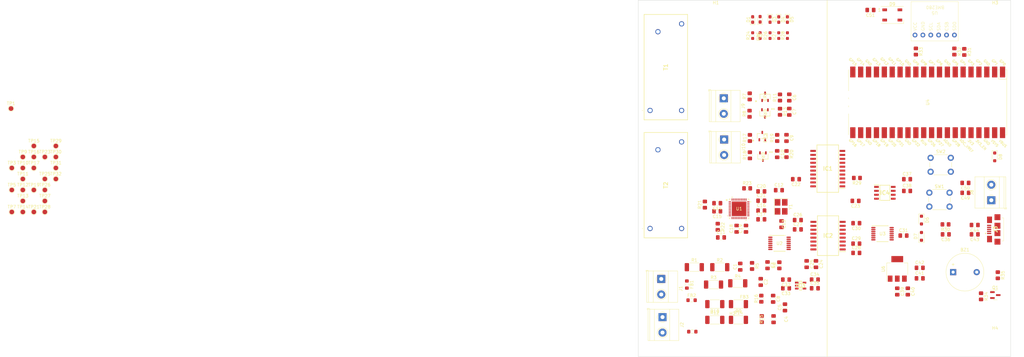
<source format=kicad_pcb>
(kicad_pcb (version 20221018) (generator pcbnew)
  (layers (0 "F.Cu" signal) (31 "B.Cu" signal) (34 "B.Paste" user) (35 "F.Paste" user) (36 "B.SilkS" user "B.Silkscreen") (37 "F.SilkS" user "F.Silkscreen") (38 "B.Mask" user) (39 "F.Mask" user) (44 "Edge.Cuts" user))
  (net 0 "")
  (net 1 "VAP")
  (net 2 "GND")
  (net 3 "VAN")
  (net 4 "VBP")
  (net 5 "VBN")
  (net 6 "IAP")
  (net 7 "IAN")
  (net 8 "IBP")
  (net 9 "IBN")
  (net 10 "RESET_ADE")
  (net 11 "Net-(U1-CLKOUT)")
  (net 12 "Net-(U1-CLKIN)")
  (net 13 "DVDDOUT")
  (net 14 "AVDDOUT")
  (net 15 "REF")
  (net 16 "+3V3_ISO")
  (net 17 "+3V3_ADE")
  (net 18 "+5V_ADE")
  (net 19 "+5V_PICO")
  (net 20 "GNDA")
  (net 21 "IRQ0_ADE")
  (net 22 "Net-(D1-A)")
  (net 23 "IQR1_ADE")
  (net 24 "Net-(D2-A)")
  (net 25 "Net-(D3-A)")
  (net 26 "Net-(D4-A)")
  (net 27 "Net-(D5-A)")
  (net 28 "Net-(FB1-Pad1)")
  (net 29 "VA")
  (net 30 "Net-(FB2-Pad1)")
  (net 31 "VB")
  (net 32 "EARTH")
  (net 33 "SCLK_ISO")
  (net 34 "MOSI_ISO")
  (net 35 "MISO_ISO")
  (net 36 "SS_ISO")
  (net 37 "PM1_ISO")
  (net 38 "RESET_ISO")
  (net 40 "PM1_ADE")
  (net 41 "SS_ADE")
  (net 42 "MISO_ADE")
  (net 43 "MOSI_ADE")
  (net 44 "SCLK_ADE")
  (net 45 "Net-(IC2-VOA)")
  (net 46 "Net-(IC2-VOB)")
  (net 47 "Net-(IC2-VOC)")
  (net 48 "Net-(IC2-VOD)")
  (net 49 "Net-(IC2-VID)")
  (net 50 "Net-(IC2-VIC)")
  (net 51 "Net-(IC2-VIB)")
  (net 52 "Net-(IC2-VIA)")
  (net 54 "Net-(R1-Pad2)")
  (net 55 "Net-(R2-Pad2)")
  (net 56 "Net-(R3-Pad2)")
  (net 57 "Net-(R10-Pad1)")
  (net 58 "Net-(R10-Pad2)")
  (net 59 "Net-(R12-Pad2)")
  (net 60 "ZX_ADE")
  (net 61 "DREADY_ADE")
  (net 66 "IRQ1_ADE")
  (net 67 "ZX_ISO")
  (net 68 "DREADY_ISO")
  (net 69 "IRQ1_ISO")
  (net 70 "IRQ0_ISO")
  (net 79 "CF1_ADE")
  (net 80 "CF2_ADE")
  (net 81 "Net-(D6-K)")
  (net 82 "RESET_PICO")
  (net 83 "SDA_PICO")
  (net 84 "SCL_PICO")
  (net 85 "Net-(D8-K)")
  (net 93 "Net-(BZ1--)")
  (net 103 "WS_LED")
  (net 109 "BUZZER")
  (net 110 "Net-(Q1-D)")
  (net 111 "Net-(J9-Pin_1)")
  (net 112 "Net-(J9-Pin_2)")
  (net 113 "Net-(J10-Pin_1)")
  (net 114 "Net-(J10-Pin_2)")
  (net 115 "Net-(U4-GPIO28_ADC2)")
  (footprint "Capacitor_SMD:C_0805_2012Metric_Pad1.18x1.45mm_HandSolder" (layer "F.Cu") (at 63.7851 89.749937)
    (fp_text reference "C17" (at 0 -1.68) (layer "F.SilkS"))
    (fp_text value "4.7u")
    (pad "1" smd roundrect (at -1.0375 0) (size 1.175 1.45) (layers "F.Cu" "F.Paste" "F.Mask") (roundrect_rratio 0.212766) (net 14 "AVDDOUT"))
    (pad "2" smd roundrect (at 1.0375 0) (size 1.175 1.45) (layers "F.Cu" "F.Paste" "F.Mask") (roundrect_rratio 0.212766) (net 2 "GND"))
  )
  (footprint "Resistor_SMD:R_0805_2012Metric_Pad1.20x1.40mm_HandSolder" (layer "F.Cu") (at 123.155 91.39 180)
    (fp_text reference "R30" (at 0 -1.65) (layer "F.SilkS"))
    (fp_text value "10k")
    (pad "1" smd roundrect (at -1 0 180) (size 1.2 1.4) (layers "F.Cu" "F.Paste" "F.Mask") (roundrect_rratio 0.208333) (net 16 "+3V3_ISO"))
    (pad "2" smd roundrect (at 1 0 180) (size 1.2 1.4) (layers "F.Cu" "F.Paste" "F.Mask") (roundrect_rratio 0.208333) (net 38 "RESET_ISO"))
  )
  (footprint "Capacitor_SMD:C_0805_2012Metric_Pad1.18x1.45mm_HandSolder" (layer "F.Cu") (at 72.8 55.0375 -90)
    (fp_text reference "C7" (at 0 -1.68 90) (layer "F.SilkS"))
    (fp_text value "0.022u")
    (pad "1" smd roundrect (at -1.0375 0 270) (size 1.175 1.45) (layers "F.Cu" "F.Paste" "F.Mask") (roundrect_rratio 0.212766) (net 2 "GND"))
    (pad "2" smd roundrect (at 1.0375 0 270) (size 1.175 1.45) (layers "F.Cu" "F.Paste" "F.Mask") (roundrect_rratio 0.212766) (net 7 "IAN"))
  )
  (footprint "Capacitor_SMD:C_0805_2012Metric_Pad1.18x1.45mm_HandSolder" (layer "F.Cu") (at 74.9625 76.8 180)
    (fp_text reference "C22" (at 0 -1.68) (layer "F.SilkS"))
    (fp_text value "0.1u")
    (pad "1" smd roundrect (at -1.0375 0 180) (size 1.175 1.45) (layers "F.Cu" "F.Paste" "F.Mask") (roundrect_rratio 0.212766) (net 17 "+3V3_ADE"))
    (pad "2" smd roundrect (at 1.0375 0 180) (size 1.175 1.45) (layers "F.Cu" "F.Paste" "F.Mask") (roundrect_rratio 0.212766) (net 2 "GND"))
  )
  (footprint "Resistor_SMD:R_0805_2012Metric_Pad1.20x1.40mm_HandSolder" (layer "F.Cu") (at 60.105 63.5 90)
    (fp_text reference "R17" (at 0 -1.65 90) (layer "F.SilkS"))
    (fp_text value "40.2")
    (pad "1" smd roundrect (at -1 0 90) (size 1.2 1.4) (layers "F.Cu" "F.Paste" "F.Mask") (roundrect_rratio 0.208333) (net 113 "Net-(J10-Pin_1)"))
    (pad "2" smd roundrect (at 1 0 90) (size 1.2 1.4) (layers "F.Cu" "F.Paste" "F.Mask") (roundrect_rratio 0.208333) (net 2 "GND"))
  )
  (footprint "TestPoint:TestPoint_Pad_D1.5mm" (layer "F.Cu") (at -177.7458 73.1792)
    (fp_text reference "TP3" (at 0 -1.648) (layer "F.SilkS"))
    (fp_text value "TestPoint")
    (pad "1" smd circle (at 0 0) (size 1.5 1.5) (layers "F.Cu" "F.Mask") (net 43 "MOSI_ADE"))
  )
  (footprint "Resistor_SMD:R_0805_2012Metric_Pad1.20x1.40mm_HandSolder" (layer "F.Cu") (at 94.6 76.4 180)
    (fp_text reference "R29" (at 0 -1.65) (layer "F.SilkS"))
    (fp_text value "10k")
    (pad "1" smd roundrect (at -1 0 180) (size 1.2 1.4) (layers "F.Cu" "F.Paste" "F.Mask") (roundrect_rratio 0.208333) (net 20 "GNDA"))
    (pad "2" smd roundrect (at 1 0 180) (size 1.2 1.4) (layers "F.Cu" "F.Paste" "F.Mask") (roundrect_rratio 0.208333) (net 37 "PM1_ISO"))
  )
  (footprint "Capacitor_SMD:C_0805_2012Metric_Pad1.18x1.45mm_HandSolder" (layer "F.Cu") (at 81.0375 109.2)
    (fp_text reference "C34" (at 0 -1.68) (layer "F.SilkS"))
    (fp_text value "10u")
    (pad "1" smd roundrect (at -1.0375 0) (size 1.175 1.45) (layers "F.Cu" "F.Paste" "F.Mask") (roundrect_rratio 0.212766) (net 17 "+3V3_ADE"))
    (pad "2" smd roundrect (at 1.0375 0) (size 1.175 1.45) (layers "F.Cu" "F.Paste" "F.Mask") (roundrect_rratio 0.212766) (net 2 "GND"))
  )
  (footprint "Capacitor_SMD:C_0805_2012Metric_Pad1.18x1.45mm_HandSolder" (layer "F.Cu") (at 81.41 104.2 -90)
    (fp_text reference "C24" (at 0 -1.68 90) (layer "F.SilkS"))
    (fp_text value "0.1u")
    (pad "1" smd roundrect (at -1.0375 0 270) (size 1.175 1.45) (layers "F.Cu" "F.Paste" "F.Mask") (roundrect_rratio 0.212766) (net 18 "+5V_ADE"))
    (pad "2" smd roundrect (at 1.0375 0 270) (size 1.175 1.45) (layers "F.Cu" "F.Paste" "F.Mask") (roundrect_rratio 0.212766) (net 2 "GND"))
  )
  (footprint "Resistor_SMD:R_2010_5025Metric_Pad1.40x2.65mm_HandSolder" (layer "F.Cu") (at 56.2 110.4)
    (fp_text reference "R4" (at 0 -2.28) (layer "F.SilkS"))
    (fp_text value "200k")
    (pad "1" smd roundrect (at -2.4 0) (size 1.4 2.65) (layers "F.Cu" "F.Paste" "F.Mask") (roundrect_rratio 0.178571) (net 56 "Net-(R3-Pad2)"))
    (pad "2" smd roundrect (at 2.4 0) (size 1.4 2.65) (layers "F.Cu" "F.Paste" "F.Mask") (roundrect_rratio 0.178571) (net 1 "VAP"))
  )
  (footprint "Resistor_SMD:R_0805_2012Metric_Pad1.20x1.40mm_HandSolder" (layer "F.Cu") (at 126 35.6 -90)
    (fp_text reference "R32" (at 0 -1.65 90) (layer "F.SilkS"))
    (fp_text value "10k")
    (pad "1" smd roundrect (at -1 0 270) (size 1.2 1.4) (layers "F.Cu" "F.Paste" "F.Mask") (roundrect_rratio 0.208333) (net 16 "+3V3_ISO"))
    (pad "2" smd roundrect (at 1 0 270) (size 1.2 1.4) (layers "F.Cu" "F.Paste" "F.Mask") (roundrect_rratio 0.208333) (net 84 "SCL_PICO"))
  )
  (footprint "Diode_SMD:D_SOD-323_HandSoldering" (layer "F.Cu") (at 115.4 95.25 90)
    (fp_text reference "D7" (at 0 -1.85 90) (layer "F.SilkS"))
    (fp_text value "D_Schottky")
    (pad "1" smd roundrect (at -1.25 0 90) (size 1 1) (layers "F.Cu" "F.Paste" "F.Mask") (net 82 "RESET_PICO"))
    (pad "2" smd roundrect (at 1.25 0 90) (size 1 1) (layers "F.Cu" "F.Paste" "F.Mask") (net 38 "RESET_ISO"))
  )
  (footprint "Resistor_SMD:R_0805_2012Metric_Pad1.20x1.40mm_HandSolder" (layer "F.Cu") (at 69.8 55.0375 -90)
    (fp_text reference "R13" (at 0 -1.65 90) (layer "F.SilkS"))
    (fp_text value "1k")
    (pad "1" smd roundrect (at -1 0 270) (size 1.2 1.4) (layers "F.Cu" "F.Paste" "F.Mask") (roundrect_rratio 0.208333) (net 112 "Net-(J9-Pin_2)"))
    (pad "2" smd roundrect (at 1 0 270) (size 1.2 1.4) (layers "F.Cu" "F.Paste" "F.Mask") (roundrect_rratio 0.208333) (net 7 "IAN"))
  )
  (footprint "Capacitor_SMD:C_0805_2012Metric_Pad1.18x1.45mm_HandSolder" (layer "F.Cu") (at 55.8352 92.787437 90)
    (fp_text reference "C18" (at 0 -1.7026 90) (layer "F.SilkS"))
    (fp_text value "0.1u")
    (pad "1" smd roundrect (at -1.0375 0 90) (size 1.175 1.45) (layers "F.Cu" "F.Paste" "F.Mask") (roundrect_rratio 0.212766) (net 15 "REF"))
    (pad "2" smd roundrect (at 1.0375 0 90) (size 1.175 1.45) (layers "F.Cu" "F.Paste" "F.Mask") (roundrect_rratio 0.212766) (net 2 "GND"))
  )
  (footprint "MMBD4148SE:SOT-23TO-236_318-AT_OSI" (layer "F.Cu") (at 64.105 62.9 90)
    (fp_text reference "CR3" (at -0.6985 0.95 90 unlocked) (layer "F.SilkS"))
    (fp_text value "MMBD4148SE")
    (fp_text user "*" (at -1.44145 -2.601 90) (layer "F.SilkS"))
    (fp_text user "*" (at -1.44145 -2.601 90 unlocked) (layer "F.SilkS"))
    (pad "1" smd rect (at -1.18745 -0.950001 90) (size 0.9779 0.508) (layers "F.Cu" "F.Paste" "F.Mask") (net 113 "Net-(J10-Pin_1)"))
    (pad "2" smd rect (at -1.18745 0.950001 90) (size 0.9779 0.508) (layers "F.Cu" "F.Paste" "F.Mask") (net 114 "Net-(J10-Pin_2)"))
    (pad "3" smd rect (at 1.18745 0 90) (size 0.9779 0.508) (layers "F.Cu" "F.Paste" "F.Mask") (net 2 "GND"))
  )
  (footprint "Capacitor_SMD:C_0805_2012Metric_Pad1.18x1.45mm_HandSolder" (layer "F.Cu") (at 63.7851 80.739937)
    (fp_text reference "C20" (at 0 -1.68) (layer "F.SilkS"))
    (fp_text value "0.1u")
    (pad "1" smd roundrect (at -1.0375 0) (size 1.175 1.45) (layers "F.Cu" "F.Paste" "F.Mask") (roundrect_rratio 0.212766) (net 17 "+3V3_ADE"))
    (pad "2" smd roundrect (at 1.0375 0) (size 1.175 1.45) (layers "F.Cu" "F.Paste" "F.Mask") (roundrect_rratio 0.212766) (net 2 "GND"))
  )
  (footprint "TestPoint:TestPoint_Pad_D1.5mm" (layer "F.Cu") (at -167.0958 83.8292)
    (fp_text reference "TP27" (at 0 -1.648) (layer "F.SilkS"))
    (fp_text value "TestPoint")
    (pad "1" smd circle (at 0 0) (size 1.5 1.5) (layers "F.Cu" "F.Mask") (net 67 "ZX_ISO"))
  )
  (footprint "TerminalBlock_Phoenix:TerminalBlock_Phoenix_MKDS-1,5-2_1x02_P5.00mm_Horizontal" (layer "F.Cu") (at 137.905 83.59 90)
    (fp_text reference "J8" (at 2.5 -6.26 90) (layer "F.SilkS"))
    (fp_text value "5V_SMPS")
    (pad "1" thru_hole rect (at 0 0 90) (size 2.6 2.6) (drill 1.3) (layers "*.Cu" "*.Mask") (net 20 "GNDA"))
    (pad "2" thru_hole circle (at 5 0 90) (size 2.6 2.6) (drill 1.3) (layers "*.Cu" "*.Mask") (net 19 "+5V_PICO"))
  )
  (footprint "T60404E4626X502:T60404E4626X502" (layer "F.Cu") (at 27.94 54.61 90)
    (fp_text reference "T1" (at 13.97 5.08 90) (layer "F.SilkS") (effects (font (size 1.27 1.27) (thickness 0.254))))
    (fp_text value "IA_in" hide)
    (pad "1" thru_hole circle (at 0 0 90) (size 1.665 1.665) (drill 1.11) (layers "*.Cu" "*.Mask") (net 111 "Net-(J9-Pin_1)"))
    (pad "2" thru_hole circle (at 25.4 2.54 90) (size 1.665 1.665) (drill 1.11) (layers "*.Cu" "*.Mask"))
    (pad "3" thru_hole circle (at 27.94 10.16 90) (size 1.665 1.665) (drill 1.11) (layers "*.Cu" "*.Mask"))
    (pad "4" thru_hole circle (at 0 10.16 90) (size 1.665 1.665) (drill 1.11) (layers "*.Cu" "*.Mask") (net 112 "Net-(J9-Pin_2)"))
  )
  (footprint "Resistor_SMD:R_0603_1608Metric_Pad0.98x0.95mm_HandSolder" (layer "F.Cu") (at 69.4 30.4625 90)
    (fp_text reference "R27" (at 0 -1.43 90) (layer "F.SilkS"))
    (fp_text value "3k")
    (pad "1" smd roundrect (at -0.9125 0 90) (size 0.975 0.95) (layers "F.Cu" "F.Paste" "F.Mask") (net 61 "DREADY_ADE"))
    (pad "2" smd roundrect (at 0.9125 0 90) (size 0.975 0.95) (layers "F.Cu" "F.Paste" "F.Mask") (net 26 "Net-(D4-A)"))
  )
  (footprint "MountingHole:MountingHole_3.2mm_M3" (layer "F.Cu") (at 139.13 24.05)
    (fp_text reference "H3" (at 0 -4.2) (layer "F.SilkS"))
    (fp_text value "MountingHole")
    (pad "" np_thru_hole circle (at 0 0) (size 3.2 3.2) (drill 3.2) (layers "*.Cu" "*.Mask"))
  )
  (footprint "Capacitor_SMD:C_0805_2012Metric_Pad1.18x1.45mm_HandSolder" (layer "F.Cu") (at 67.74 121.9825 -90)
    (fp_text reference "C4" (at 0 -4.08 90) (layer "F.SilkS"))
    (fp_text value "0.022u")
    (pad "1" smd roundrect (at -1.0375 0 270) (size 1.175 1.45) (layers "F.Cu" "F.Paste" "F.Mask") (roundrect_rratio 0.212766) (net 4 "VBP"))
    (pad "2" smd roundrect (at 1.0375 0 270) (size 1.175 1.45) (layers "F.Cu" "F.Paste" "F.Mask") (roundrect_rratio 0.212766) (net 2 "GND"))
  )
  (footprint "TestPoint:TestPoint_Pad_D1.5mm" (layer "F.Cu") (at -178 54)
    (fp_text reference "TP1" (at 0 -1.648) (layer "F.SilkS"))
    (fp_text value "TestPoint")
    (pad "1" smd circle (at 0 0) (size 1.5 1.5) (layers "F.Cu" "F.Mask") (net 44 "SCLK_ADE"))
  )
  (footprint "LED_SMD:LED_0603_1608Metric_Pad1.05x0.95mm_HandSolder" (layer "F.Cu") (at 69.4 25.275 -90)
    (fp_text reference "D4" (at 0 -1.43 90) (layer "F.SilkS"))
    (fp_text value "LED")
    (pad "1" smd roundrect (at -0.875 0 270) (size 1.05 0.95) (layers "F.Cu" "F.Paste" "F.Mask") (net 2 "GND"))
    (pad "2" smd roundrect (at 0.875 0 270) (size 1.05 0.95) (layers "F.Cu" "F.Paste" "F.Mask") (net 26 "Net-(D4-A)"))
  )
  (footprint "Crystal:Crystal_SMD_3225-4Pin_3.2x2.5mm_HandSoldering" (layer "F.Cu") (at 70.1851 85.724937 -90)
    (fp_text reference "Y1" (at 0 -3.05 90) (layer "F.SilkS"))
    (fp_text value "Crystal_GND24")
    (pad "1" smd rect (at -1.45 1.15 270) (size 2.1 1.8) (layers "F.Cu" "F.Paste" "F.Mask") (net 11 "Net-(U1-CLKOUT)"))
    (pad "2" smd rect (at 1.45 1.15 270) (size 2.1 1.8) (layers "F.Cu" "F.Paste" "F.Mask") (net 2 "GND"))
    (pad "3" smd rect (at 1.45 -1.15 270) (size 2.1 1.8) (layers "F.Cu" "F.Paste" "F.Mask") (net 12 "Net-(U1-CLKIN)"))
    (pad "4" smd rect (at -1.45 -1.15 270) (size 2.1 1.8) (layers "F.Cu" "F.Paste" "F.Mask") (net 2 "GND"))
  )
  (footprint "Capacitor_SMD:C_0805_2012Metric_Pad1.18x1.45mm_HandSolder" (layer "F.Cu") (at 75.5625 89.99)
    (fp_text reference "C26" (at 0 -1.68) (layer "F.SilkS"))
    (fp_text value "0.1u")
    (pad "1" smd roundrect (at -1.0375 0) (size 1.175 1.45) (layers "F.Cu" "F.Paste" "F.Mask") (roundrect_rratio 0.212766) (net 18 "+5V_ADE"))
    (pad "2" smd roundrect (at 1.0375 0) (size 1.175 1.45) (layers "F.Cu" "F.Paste" "F.Mask") (roundrect_rratio 0.212766) (net 2 "GND"))
  )
  (footprint "Capacitor_SMD:C_0805_2012Metric_Pad1.18x1.45mm_HandSolder" (layer "F.Cu") (at 132.5625 94.6 180)
    (fp_text reference "C43" (at 0 -1.68) (layer "F.SilkS"))
    (fp_text value "22u")
    (pad "1" smd roundrect (at -1.0375 0 180) (size 1.175 1.45) (layers "F.Cu" "F.Paste" "F.Mask") (roundrect_rratio 0.212766) (net 19 "+5V_PICO"))
    (pad "2" smd roundrect (at 1.0375 0 180) (size 1.175 1.45) (layers "F.Cu" "F.Paste" "F.Mask") (roundrect_rratio 0.212766) (net 20 "GNDA"))
  )
  (footprint "BME280_beakout:BME_breakout" (layer "F.Cu") (at 119.67 25.2 90)
    (fp_text reference "U5" (at 2.04 0 180 unlocked) (layer "F.SilkS") (effects (font (thickness 0.1))))
    (fp_text value "BME280")
    (fp_text user "GND" (at -3.81 -3.175 90 unlocked) (layer "F.SilkS") (effects (font (thickness 0.1)) (justify left bottom)))
    (fp_text user "BME280" (at 4.445 3.175 180 unlocked) (layer "F.SilkS") (effects (font (thickness 0.1)) (justify left bottom)))
    (fp_text user "SDA" (at -3.81 1.905 90 unlocked) (layer "F.SilkS") (effects (font (thickness 0.1)) (justify left bottom)))
    (fp_text user "SDO" (at -3.81 6.985 90 unlocked) (layer "F.SilkS") (effects (font (thickness 0.1)) (justify left bottom)))
    (fp_text user "VCC" (at -3.81 -5.715 90 unlocked) (layer "F.SilkS") (effects (font (thickness 0.1)) (justify left bottom)))
    (fp_text user "SCL" (at -3.81 -0.635 90 unlocked) (layer "F.SilkS") (effects (font (thickness 0.1)) (justify left bottom)))
    (fp_text user "CSB" (at -3.81 4.445 90 unlocked) (layer "F.SilkS") (effects (font (thickness 0.1)) (justify left bottom)))
    (pad "1" thru_hole circle (at -5.08 -6.35 90) (size 1.524 1.524) (drill 0.762) (layers "*.Cu" "*.Mask") (net 16 "+3V3_ISO"))
    (pad "2" thru_hole circle (at -5.08 -3.81 90) (size 1.524 1.524) (drill 0.762) (layers "*.Cu" "*.Mask") (net 20 "GNDA"))
    (pad "3" thru_hole circle (at -5.08 -1.27 90) (size 1.524 1.524) (drill 0.762) (layers "*.Cu" "*.Mask") (net 84 "SCL_PICO"))
    (pad "4" thru_hole circle (at -5.08 1.27 90) (size 1.524 1.524) (drill 0.762) (layers "*.Cu" "*.Mask") (net 83 "SDA_PICO"))
    (pad "5" thru_hole circle (at -5.08 3.81 90) (size 1.524 1.524) (drill 0.762) (layers "*.Cu" "*.Mask"))
    (pad "6" thru_hole circle (at -5.08 6.35 90) (size 1.524 1.524) (drill 0.762) (layers "*.Cu" "*.Mask") (net 20 "GNDA"))
  )
  (footprint "Resistor_SMD:R_2010_5025Metric_Pad1.40x2.65mm_HandSolder" (layer "F.Cu") (at 48.8 122.2)
    (fp_text reference "R12" (at 0 -2.28) (layer "F.SilkS"))
    (fp_text value "200k")
    (pad "1" smd roundrect (at -2.4 0) (size 1.4 2.65) (layers "F.Cu" "F.Paste" "F.Mask") (roundrect_rratio 0.178571) (net 58 "Net-(R10-Pad2)"))
    (pad "2" smd roundrect (at 2.4 0) (size 1.4 2.65) (layers "F.Cu" "F.Paste" "F.Mask") (roundrect_rratio 0.178571) (net 59 "Net-(R12-Pad2)"))
  )
  (footprint "24LC32A_SN:SOIC127P600X175-8N" (layer "F.Cu") (at 103.6 81.2)
    (fp_text reference "IC4" (at 0 0) (layer "F.SilkS") (effects (font (size 1.27 1.27) (thickness 0.254))))
    (fp_text value "24LC32A_SN" hide)
    (pad "1" smd rect (at -2.7 -1.905 90) (size 0.65 1.5) (layers "F.Cu" "F.Paste" "F.Mask") (net 20 "GNDA"))
    (pad "2" smd rect (at -2.7 -0.635 90) (size 0.65 1.5) (layers "F.Cu" "F.Paste" "F.Mask") (net 20 "GNDA"))
    (pad "3" smd rect (at -2.7 0.635 90) (size 0.65 1.5) (layers "F.Cu" "F.Paste" "F.Mask") (net 20 "GNDA"))
    (pad "4" smd rect (at -2.7 1.905 90) (size 0.65 1.5) (layers "F.Cu" "F.Paste" "F.Mask") (net 20 "GNDA"))
    (pad "5" smd rect (at 2.7 1.905 90) (size 0.65 1.5) (layers "F.Cu" "F.Paste" "F.Mask") (net 83 "SDA_PICO"))
    (pad "6" smd rect (at 2.7 0.635 90) (size 0.65 1.5) (layers "F.Cu" "F.Paste" "F.Mask") (net 84 "SCL_PICO"))
    (pad "7" smd rect (at 2.7 -0.635 90) (size 0.65 1.5) (layers "F.Cu" "F.Paste" "F.Mask") (net 20 "GNDA"))
    (pad "8" smd rect (at 2.7 -1.905 90) (size 0.65 1.5) (layers "F.Cu" "F.Paste" "F.Mask") (net 16 "+3V3_ISO"))
  )
  (footprint "T60404E4626X502:T60404E4626X502" (layer "F.Cu") (at 27.94 92.71 90)
    (fp_text reference "T2" (at 13.97 5.08 90) (layer "F.SilkS") (effects (font (size 1.27 1.27) (thickness 0.254))))
    (fp_text value "IB_in" hide)
    (pad "1" thru_hole circle (at 0 0 90) (size 1.665 1.665) (drill 1.11) (layers "*.Cu" "*.Mask") (net 113 "Net-(J10-Pin_1)"))
    (pad "2" thru_hole circle (at 25.4 2.54 90) (size 1.665 1.665) (drill 1.11) (layers "*.Cu" "*.Mask"))
    (pad "3" thru_hole circle (at 27.94 10.16 90) (size 1.665 1.665) (drill 1.11) (layers "*.Cu" "*.Mask"))
    (pad "4" thru_hole circle (at 0 10.16 90) (size 1.665 1.665) (drill 1.11) (layers "*.Cu" "*.Mask") (net 114 "Net-(J10-Pin_2)"))
  )
  (footprint "Resistor_SMD:R_0805_2012Metric_Pad1.20x1.40mm_HandSolder" (layer "F.Cu") (at 60.8 104.8 -90)
    (fp_text reference "R5" (at 0 -1.65 90) (layer "F.SilkS"))
    (fp_text value "1k")
    (pad "1" smd roundrect (at -1 0 270) (size 1.2 1.4) (layers "F.Cu" "F.Paste" "F.Mask") (roundrect_rratio 0.208333) (net 2 "GND"))
    (pad "2" smd roundrect (at 1 0 270) (size 1.2 1.4) (layers "F.Cu" "F.Paste" "F.Mask") (roundrect_rratio 0.208333) (net 1 "VAP"))
  )
  (footprint "TestPoint:TestPoint_Pad_D1.5mm" (layer "F.Cu") (at -167.0958 69.6292)
    (fp_text reference "TP23" (at 0 -1.648) (layer "F.SilkS"))
    (fp_text value "TestPoint")
    (pad "1" smd circle (at 0 0) (size 1.5 1.5) (layers "F.Cu" "F.Mask") (net 36 "SS_ISO"))
  )
  (footprint "TestPoint:TestPoint_Pad_D1.5mm" (layer "F.Cu") (at -174.1958 69.6292)
    (fp_text reference "TP9" (at 0 -1.648) (layer "F.SilkS"))
    (fp_text value "TestPoint")
    (pad "1" smd circle (at 0 0) (size 1.5 1.5) (layers "F.Cu" "F.Mask") (net 10 "RESET_ADE"))
  )
  (footprint "MMBD4148SE:SOT-23TO-236_318-AT_OSI" (layer "F.Cu") (at 64.305 69.5 -90)
    (fp_text reference "CR4" (at 0 0 -90 unlocked) (layer "F.SilkS"))
    (fp_text value "MMBD4148SE")
    (fp_text user "*" (at -1.44145 -2.601 90) (layer "F.SilkS"))
    (fp_text user "*" (at -1.44145 -2.601 -90 unlocked) (layer "F.SilkS"))
    (pad "1" smd rect (at -1.18745 -0.950001 270) (size 0.9779 0.508) (layers "F.Cu" "F.Paste" "F.Mask") (net 114 "Net-(J10-Pin_2)"))
    (pad "2" smd rect (at -1.18745 0.950001 270) (size 0.9779 0.508) (layers "F.Cu" "F.Paste" "F.Mask") (net 113 "Net-(J10-Pin_1)"))
    (pad "3" smd rect (at 1.18745 0 270) (size 0.9779 0.508) (layers "F.Cu" "F.Paste" "F.Mask") (net 2 "GND"))
  )
  (footprint "Resistor_SMD:R_0805_2012Metric_Pad1.20x1.40mm_HandSolder" (layer "F.Cu") (at 140 107.8 -90)
    (fp_text reference "R35" (at 0 -1.65 90) (layer "F.SilkS"))
    (fp_text value "1k")
    (pad "1" smd roundrect (at -1 0 270) (size 1.2 1.4) (layers "F.Cu" "F.Paste" "F.Mask") (roundrect_rratio 0.208333) (net 93 "Net-(BZ1--)"))
    (pad "2" smd roundrect (at 1 0 270) (size 1.2 1.4) (layers "F.Cu" "F.Paste" "F.Mask") (roundrect_rratio 0.208333) (net 110 "Net-(Q1-D)"))
  )
  (footprint "Capacitor_SMD:C_0805_2012Metric_Pad1.18x1.45mm_HandSolder" (layer "F.Cu") (at 71.7625 112 180)
    (fp_text reference "C33" (at 0 -1.68) (layer "F.SilkS"))
    (fp_text value "0.1u")
    (pad "1" smd roundrect (at -1.0375 0 180) (size 1.175 1.45) (layers "F.Cu" "F.Paste" "F.Mask") (roundrect_rratio 0.212766) (net 18 "+5V_ADE"))
    (pad "2" smd roundrect (at 1.0375 0 180) (size 1.175 1.45) (layers "F.Cu" "F.Paste" "F.Mask") (roundrect_rratio 0.212766) (net 2 "GND"))
  )
  (footprint "Resistor_SMD:R_0603_1608Metric_Pad0.98x0.95mm_HandSolder" (layer "F.Cu") (at 66.6 30.4625 90)
    (fp_text reference "R26" (at 0 -1.43 90) (layer "F.SilkS"))
    (fp_text value "3K")
    (pad "1" smd roundrect (at -0.9125 0 90) (size 0.975 0.95) (layers "F.Cu" "F.Paste" "F.Mask") (net 60 "ZX_ADE"))
    (pad "2" smd roundrect (at 0.9125 0 90) (size 0.975 0.95) (layers "F.Cu" "F.Paste" "F.Mask") (net 25 "Net-(D3-A)"))
  )
  (footprint "Capacitor_SMD:C_0805_2012Metric_Pad1.18x1.45mm_HandSolder" (layer "F.Cu") (at 107.6 113.0375 -90)
    (fp_text reference "C39" (at 0 -1.68 90) (layer "F.SilkS"))
    (fp_text value "0.1u")
    (pad "1" smd roundrect (at -1.0375 0 270) (size 1.175 1.45) (layers "F.Cu" "F.Paste" "F.Mask") (roundrect_rratio 0.212766) (net 16 "+3V3_ISO"))
    (pad "2" smd roundrect (at 1.0375 0 270) (size 1.175 1.45) (layers "F.Cu" "F.Paste" "F.Mask") (roundrect_rratio 0.212766) (net 20 "GNDA"))
  )
  (footprint "Capacitor_SMD:C_0805_2012Metric_Pad1.18x1.45mm_HandSolder" (layer "F.Cu") (at 67.6 115.4 -90)
    (fp_text reference "C8" (at 0 -1.68 90) (layer "F.SilkS"))
    (fp_text value "0.022u")
    (pad "1" smd roundrect (at -1.0375 0 270) (size 1.175 1.45) (layers "F.Cu" "F.Paste" "F.Mask") (roundrect_rratio 0.212766) (net 5 "VBN"))
    (pad "2" smd roundrect (at 1.0375 0 270) (size 1.175 1.45) (layers "F.Cu" "F.Paste" "F.Mask") (roundrect_rratio 0.212766) (net 2 "GND"))
  )
  (footprint "Capacitor_SMD:C_0805_2012Metric_Pad1.18x1.45mm_HandSolder" (layer "F.Cu") (at 114.8375 105.4)
    (fp_text reference "C42" (at 0 -1.68) (layer "F.SilkS"))
    (fp_text value "10u")
    (pad "1" smd roundrect (at -1.0375 0) (size 1.175 1.45) (layers "F.Cu" "F.Paste" "F.Mask") (roundrect_rratio 0.212766) (net 19 "+5V_PICO"))
    (pad "2" smd roundrect (at 1.0375 0) (size 1.175 1.45) (layers "F.Cu" "F.Paste" "F.Mask") (roundrect_rratio 0.212766) (net 20 "GNDA"))
  )
  (footprint "Capacitor_SMD:C_0805_2012Metric_Pad1.18x1.45mm_HandSolder" (layer "F.Cu") (at 94.4 91 180)
    (fp_text reference "C30" (at 0 -1.68) (layer "F.SilkS"))
    (fp_text value "0.1u")
    (pad "1" smd roundrect (at -1.0375 0 180) (size 1.175 1.45) (layers "F.Cu" "F.Paste" "F.Mask") (roundrect_rratio 0.212766) (net 20 "GNDA"))
    (pad "2" smd roundrect (at 1.0375 0 180) (size 1.175 1.45) (layers "F.Cu" "F.Paste" "F.Mask") (roundrect_rratio 0.212766) (net 19 "+5V_PICO"))
  )
  (footprint "Capacitor_SMD:C_0805_2012Metric_Pad1.18x1.45mm_HandSolder" (layer "F.Cu") (at 75.5625 93)
    (fp_text reference "C27" (at 0 -1.68) (layer "F.SilkS"))
    (fp_text value "10u")
    (pad "1" smd roundrect (at -1.0375 0) (size 1.175 1.45) (layers "F.Cu" "F.Paste" "F.Mask") (roundrect_rratio 0.212766) (net 18 "+5V_ADE"))
    (pad "2" smd roundrect (at 1.0375 0) (size 1.175 1.45) (layers "F.Cu" "F.Paste" "F.Mask") (roundrect_rratio 0.212766) (net 2 "GND"))
  )
  (footprint "ADE9000:ADE9000ACPZ_ADI" (layer "F.Cu") (at 56.6226 86.349937)
    (fp_text reference "U1" (at 0 0 unlocked) (layer "F.SilkS"))
    (fp_text value "ADE9000ACPZ")
    (fp_text user "*" (at -3.9878 -2.50063 unlocked) (layer "F.SilkS"))
    (fp_text user "*" (at -3.9878 -2.50063) (layer "F.SilkS"))
    (pad "1" smd rect (at -2.9718 -2.250567 90) (size 0.254 0.762) (layers "F.Cu" "F.Paste" "F.Mask") (net 17 "+3V3_ADE"))
    (pad "2" smd rect (at -2.9718 -1.750441 90) (size 0.254 0.762) (layers "F.Cu" "F.Paste" "F.Mask") (net 2 "GND"))
    (pad "3" smd rect (at -2.9718 -1.250315 90) (size 0.254 0.762) (layers "F.Cu" "F.Paste" "F.Mask") (net 13 "DVDDOUT"))
    (pad "4" smd rect (at -2.9718 -0.750189 90) (size 0.254 0.762) (layers "F.Cu" "F.Paste" "F.Mask") (net 17 "+3V3_ADE"))
    (pad "5" smd rect (at -2.9718 -0.250063 90) (size 0.254 0.762) (layers "F.Cu" "F.Paste" "F.Mask") (net 40 "PM1_ADE"))
    (pad "6" smd rect (at -2.9718 0.250063 90) (size 0.254 0.762) (layers "F.Cu" "F.Paste" "F.Mask") (net 10 "RESET_ADE"))
    (pad "7" smd rect (at -2.9718 0.750189 90) (size 0.254 0.762) (layers "F.Cu" "F.Paste" "F.Mask") (net 6 "IAP"))
    (pad "8" smd rect (at -2.9718 1.250315 90) (size 0.254 0.762) (layers "F.Cu" "F.Paste" "F.Mask") (net 7 "IAN"))
    (pad "9" smd rect (at -2.9718 1.750441 90) (size 0.254 0.762) (layers "F.Cu" "F.Paste" "F.Mask") (net 8 "IBP"))
    (pad "10" smd rect (at -2.9718 2.250567 90) (size 0.254 0.762) (layers "F.Cu" "F.Paste" "F.Mask") (net 9 "IBN"))
    (pad "11" smd rect (at -2.250567 2.9718) (size 0.254 0.762) (layers "F.Cu" "F.Paste" "F.Mask"))
    (pad "12" smd rect (at -1.750441 2.9718) (size 0.254 0.762) (layers "F.Cu" "F.Paste" "F.Mask"))
    (pad "13" smd rect (at -1.250315 2.9718) (size 0.254 0.762) (layers "F.Cu" "F.Paste" "F.Mask"))
    (pad "14" smd rect (at -0.750189 2.9718) (size 0.254 0.762) (layers "F.Cu" "F.Paste" "F.Mask"))
    (pad "15" smd rect (at -0.250063 2.9718) (size 0.254 0.762) (layers "F.Cu" "F.Paste" "F.Mask") (net 2 "GND"))
    (pad "16" smd rect (at 0.250063 2.9718) (size 0.254 0.762) (layers "F.Cu" "F.Paste" "F.Mask") (net 15 "REF"))
    (pad "17" smd rect (at 0.750189 2.9718) (size 0.254 0.762) (layers "F.Cu" "F.Paste" "F.Mask"))
    (pad "18" smd rect (at 1.250315 2.9718) (size 0.254 0.762) (layers "F.Cu" "F.Paste" "F.Mask"))
    (pad "19" smd rect (at 1.750441 2.9718) (size 0.254 0.762) (layers "F.Cu" "F.Paste" "F.Mask") (net 3 "VAN"))
    (pad "20" smd rect (at 2.250567 2.9718) (size 0.254 0.762) (layers "F.Cu" "F.Paste" "F.Mask") (net 1 "VAP"))
    (pad "21" smd rect (at 2.9718 2.250567 90) (size 0.254 0.762) (layers "F.Cu" "F.Paste" "F.Mask") (net 5 "VBN"))
    (pad "22" smd rect (at 2.9718 1.750441 90) (size 0.254 0.762) (layers "F.Cu" "F.Paste" "F.Mask") (net 4 "VBP"))
    (pad "23" smd rect (at 2.9718 1.250315 90) (size 0.254 0.762) (layers "F.Cu" "F.Paste" "F.Mask"))
    (pad "24" smd rect (at 2.9718 0.750189 90) (size 0.254 0.762) (layers "F.Cu" "F.Paste" "F.Mask"))
    (pad "25" smd rect (at 2.9718 0.250063 90) (size 0.254 0.762) (layers "F.Cu" "F.Paste" "F.Mask") (net 14 "AVDDOUT"))
    (pad "26" smd rect (at 2.9718 -0.250063 90) (size 0.254 0.762) (layers "F.Cu" "F.Paste" "F.Mask") (net 2 "GND"))
    (pad "27" smd rect (at 2.9718 -0.750189 90) (size 0.254 0.762) (layers "F.Cu" "F.Paste" "F.Mask") (net 17 "+3V3_ADE"))
    (pad "28" smd rect (at 2.9718 -1.250315 90) (size 0.254 0.762) (layers "F.Cu" "F.Paste" "F.Mask") (net 2 "GND"))
    (pad "29" smd rect (at 2.9718 -1.750441 90) (size 0.254 0.762) (layers "F.Cu" "F.Paste" "F.Mask") (net 12 "Net-(U1-CLKIN)"))
    (pad "30" smd rect (at 2.9718 -2.250567 90) (size 0.254 0.762) (layers "F.Cu" "F.Paste" "F.Mask") (net 11 "Net-(U1-CLKOUT)"))
    (pad "31" smd rect (at 2.250567 -2.9718) (size 0.254 0.762) (layers "F.Cu" "F.Paste" "F.Mask") (net 21 "IRQ0_ADE"))
    (pad "32" smd rect (at 1.750441 -2.9718) (size 0.254 0.762) (layers "F.Cu" "F.Paste" "F.Mask") (net 66 "IRQ1_ADE"))
    (pad "33" smd rect (at 1.250315 -2.9718) (size 0.254 0.762) (layers "F.Cu" "F.Paste" "F.Mask") (net 79 "CF1_ADE"))
    (pad "34" smd rect (at 0.750189 -2.9718) (size 0.254 0.762) (layers "F.Cu" "F.Paste" "F.Mask") (net 80 "CF2_ADE"))
    (pad "35" smd rect (at 0.250063 -2.9718) (size 0.254 0.762) (layers "F.Cu" "F.Paste" "F.Mask") (net 60 "ZX_ADE"))
    (pad "36" smd rect (at -0.250063 -2.9718) (size 0.254 0.762) (layers "F.Cu" "F.Paste" "F.Mask") (net 61 "DREADY_ADE"))
    (pad "37" smd rect (at -0.750189 -2.9718) (size 0.254 0.762) (layers "F.Cu" "F.Paste" "F.Mask") (net 44 "SCLK_ADE"))
    (pad "38" smd rect (at -1.250315 -2.9718) (size 0.254 0.762) (layers "F.Cu" "F.Paste" "F.Mask") (net 42 "MISO_ADE"))
    (pad "39" smd rect (at -1.750441 -2.9718) (size 0.254 0.762) (layers "F.Cu" "F.Paste" "F.Mask") (net 43 "MOSI_ADE"))
    (pad "40" smd rect (at -2.250567 -2.9718) (size 0.254 0.762) (layers "F.Cu" "F.Paste" "F.Mask") (net 41 "SS_ADE"))
    (pad "41" smd rect (at 0 0) (size 4.699 4.699) (layers "F.Cu" "F.Mask") (net 2 "GND"))
  )
  (footprint "TestPoint:TestPoint_Pad_D1.5mm" (layer "F.Cu") (at -170.6458 66.0792)
    (fp_text reference "TP15" (at 0 -1.648) (layer "F.SilkS"))
    (fp_text value "TestPoint")
    (pad "1" smd circle (at 0 0) (size 1.5 1.5) (layers "F.Cu" "F.Mask") (net 2 "GND"))
  )
  (footprint "Resistor_SMD:R_0805_2012Metric_Pad1.20x1.40mm_HandSolder" (layer "F.Cu") (at 69.8 50.4375 90)
    (fp_text reference "R11" (at 0 -1.65 90) (layer "F.SilkS"))
    (fp_text value "1k")
    (pad "1" smd roundrect (at -1 0 90) (size 1.2 1.4) (layers "F.Cu" "F.Paste" "F.Mask") (roundrect_rratio 0.208333) (net 111 "Net-(J9-Pin_1)"))
    (pad "2" smd roundrect (at 1 0 90) (size 1.2 1.4) (layers "F.Cu" "F.Paste" "F.Mask") (roundrect_rratio 0.208333) (net 6 "IAP"))
  )
  (footprint "Resistor_SMD:R_0805_2012Metric_Pad1.20x1.40mm_HandSolder" (layer "F.Cu") (at 63.79 115.3625 90)
    (fp_text reference "R16" (at 0 -1.65 90) (layer "F.SilkS"))
    (fp_text value "1k")
    (pad "1" smd roundrect (at -1 0 90) (size 1.2 1.4) (layers "F.Cu" "F.Paste" "F.Mask") (roundrect_rratio 0.208333) (net 2 "GND"))
    (pad "2" smd roundrect (at 1 0 90) (size 1.2 1.4) (layers "F.Cu" "F.Paste" "F.Mask") (roundrect_rratio 0.208333) (net 5 "VBN"))
  )
  (footprint "TestPoint:TestPoint_Pad_D1.5mm" (layer "F.Cu") (at -177.7458 87.3792)
    (fp_text reference "TP7" (at 0 -1.648) (layer "F.SilkS"))
    (fp_text value "TestPoint")
    (pad "1" smd circle (at 0 0) (size 1.5 1.5) (layers "F.Cu" "F.Mask") (net 41 "SS_ADE"))
  )
  (footprint "TestPoint:TestPoint_Pad_D1.5mm" (layer "F.Cu") (at -163.5458 73.1792)
    (fp_text reference "TP31" (at 0 -1.648) (layer "F.SilkS"))
    (fp_text value "TestPoint")
    (pad "1" smd circle (at 0 0) (size 1.5 1.5) (layers "F.Cu" "F.Mask") (net 20 "GNDA"))
  )
  (footprint "Capacitor_SMD:C_0805_2012Metric_Pad1.18x1.45mm_HandSolder" (layer "F.Cu") (at 110.7625 76.8)
    (fp_text reference "C37" (at 0 -1.68) (layer "F.SilkS"))
    (fp_text value "4.7u")
    (pad "1" smd roundrect (at -1.0375 0) (size 1.175 1.45) (layers "F.Cu" "F.Paste" "F.Mask") (roundrect_rratio 0.212766) (net 16 "+3V3_ISO"))
    (pad "2" smd roundrect (at 1.0375 0) (size 1.175 1.45) (layers "F.Cu" "F.Paste" "F.Mask") (roundrect_rratio 0.212766) (net 20 "GNDA"))
  )
  (footprint "LED_SMD:LED_WS2812B_PLCC4_5.0x5.0mm_P3.2mm" (layer "F.Cu") (at 106 23.8)
    (fp_text reference "D9" (at 0 -3.5) (layer "F.SilkS"))
    (fp_text value "WS2812B")
    (fp_text user "1" (at -4.15 -1.6) (layer "F.SilkS"))
    (pad "1" smd rect (at -2.45 -1.65) (size 1.5 0.9) (layers "F.Cu" "F.Paste" "F.Mask") (net 19 "+5V_PICO"))
    (pad "2" smd rect (at -2.45 1.65) (size 1.5 0.9) (layers "F.Cu" "F.Paste" "F.Mask"))
    (pad "3" smd rect (at 2.45 1.65) (size 1.5 0.9) (layers "F.Cu" "F.Paste" "F.Mask") (net 20 "GNDA"))
    (pad "4" smd rect (at 2.45 -1.65) (size 1.5 0.9) (layers "F.Cu" "F.Paste" "F.Mask") (net 103 "WS_LED"))
  )
  (footprint "Capacitor_SMD:C_0805_2012Metric_Pad1.18x1.45mm_HandSolder" (layer "F.Cu") (at 63.7851 86.949937)
    (fp_text reference "C16" (at 0 -1.68) (layer "F.SilkS"))
    (fp_text value "0.1u")
    (pad "1" smd roundrect (at -1.0375 0) (size 1.175 1.45) (layers "F.Cu" "F.Paste" "F.Mask") (roundrect_rratio 0.212766) (net 14 "AVDDOUT"))
    (pad "2" smd roundrect (at 1.0375 0) (size 1.175 1.45) (layers "F.Cu" "F.Paste" "F.Mask") (roundrect_rratio 0.212766) (net 2 "GND"))
  )
  (footprint "Resistor_SMD:R_0805_2012Metric_Pad1.20x1.40mm_HandSolder" (layer "F.Cu") (at 60.105 69.1 90)
    (fp_text reference "R18" (at 0 -1.65 90) (layer "F.SilkS"))
    (fp_text value "40.2")
    (pad "1" smd roundrect (at -1 0 90) (size 1.2 1.4) (layers "F.Cu" "F.Paste" "F.Mask") (roundrect_rratio 0.208333) (net 2 "GND"))
    (pad "2" smd roundrect (at 1 0 90) (size 1.2 1.4) (layers "F.Cu" "F.Paste" "F.Mask") (roundrect_rratio 0.208333) (net 114 "Net-(J10-Pin_2)"))
  )
  (footprint "Diode_SMD:D_SOD-323_HandSoldering" (layer "F.Cu") (at 115.4 90 -90)
    (fp_text reference "D6" (at 0 -1.85 90) (layer "F.SilkS"))
    (fp_text value "D_Schottky")
    (pad "1" smd roundrect (at -1.25 0 270) (size 1 1) (layers "F.Cu" "F.Paste" "F.Mask") (net 81 "Net-(D6-K)"))
    (pad "2" smd roundrect (at 1.25 0 270) (size 1 1) (layers "F.Cu" "F.Paste" "F.Mask") (net 38 "RESET_ISO"))
  )
  (footprint "Resistor_SMD:R_2010_5025Metric_Pad1.40x2.65mm_HandSolder" (layer "F.Cu") (at 56.42 122.2)
    (fp_text reference "R14" (at 0 -2.28) (layer "F.SilkS"))
    (fp_text value "200k")
    (pad "1" smd roundrect (at -2.4 0) (size 1.4 2.65) (layers "F.Cu" "F.Paste" "F.Mask") (roundrect_rratio 0.178571) (net 59 "Net-(R12-Pad2)"))
    (pad "2" smd roundrect (at 2.4 0) (size 1.4 2.65) (layers "F.Cu" "F.Paste" "F.Mask") (roundrect_rratio 0.178571) (net 4 "VBP"))
  )
  (footprint "Resistor_SMD:R_0805_2012Metric_Pad1.20x1.40mm_HandSolder" (layer "F.Cu") (at 129.2 35.725 -90)
    (fp_text reference "R31" (at 0 -1.65 90) (layer "F.SilkS"))
    (fp_text value "10k")
    (pad "1" smd roundrect (at -1 0 270) (size 1.2 1.4) (layers "F.Cu" "F.Paste" "F.Mask") (roundrect_rratio 0.208333) (net 16 "+3V3_ISO"))
    (pad "2" smd roundrect (at 1 0 270) (size 1.2 1.4) (layers "F.Cu" "F.Paste" "F.Mask") (roundrect_rratio 0.208333) (net 83 "SDA_PICO"))
  )
  (footprint "Resistor_SMD:R_0805_2012Metric_Pad1.20x1.40mm_HandSolder" (layer "F.Cu") (at 134.6 114.6 -90)
    (fp_text reference "R34" (at 0 -1.65 90) (layer "F.SilkS"))
    (fp_text value "10k")
    (pad "1" smd roundrect (at -1 0 270) (size 1.2 1.4) (layers "F.Cu" "F.Paste" "F.Mask") (roundrect_rratio 0.208333) (net 109 "BUZZER"))
    (pad "2" smd roundrect (at 1 0 270) (size 1.2 1.4) (layers "F.Cu" "F.Paste" "F.Mask") (roundrect_rratio 0.208333) (net 20 "GNDA"))
  )
  (footprint "TestPoint:TestPoint_Pad_D1.5mm" (layer "F.Cu") (at -174.1958 83.8292)
    (fp_text reference "TP13" (at 0 -1.648) (layer "F.SilkS"))
    (fp_text value "TestPoint")
    (pad "1" smd circle (at 0 0) (size 1.5 1.5) (layers "F.Cu" "F.Mask") (net 40 "PM1_ADE"))
  )
  (footprint "Capacitor_SMD:C_0805_2012Metric_Pad1.18x1.45mm_HandSolder" (layer "F.Cu") (at 58.8452 92.787437 90)
    (fp_text reference "C19" (at 0 -1.7026 90) (layer "F.SilkS"))
    (fp_text value "4.7u")
    (pad "1" smd roundrect (at -1.0375 0 90) (size 1.175 1.45) (layers "F.Cu" "F.Paste" "F.Mask") (roundrect_rratio 0.212766) (net 15 "REF"))
    (pad "2" smd roundrect (at 1.0375 0 90) (size 1.175 1.45) (layers "F.Cu" "F.Paste" "F.Mask") (roundrect_rratio 0.212766) (net 2 "GND"))
  )
  (footprint "RPi_Pico:RPi_PicoW_SMD" (layer "F.Cu") (at 117.4 52 -90)
    (fp_text reference "U4" (at 0 0 -90) (layer "F.SilkS"))
    (fp_text value "Pico_SMD_NODEBUG" hide)
    (fp_text user "GP4" (at -12.8 -11.43 -45) (layer "F.SilkS") (effects (font (size 0.8 0.8))))
    (fp_text user "GP16" (at 13.054 24.13 -45) (layer "F.SilkS") (effects (font (size 0.8 0.8))))
    (fp_text user "GP12" (at -13.2 13.97 -45) (layer "F.SilkS") (effects (font (size 0.8 0.8))))
    (fp_text user "GP27" (at 13.054 -3.8 -45) (layer "F.SilkS") (effects (font (size 0.8 0.8))))
    (fp_text user "GP0" (at -12.8 -24.13 -45) (layer "F.SilkS") (effects (font (size 0.8 0.8))))
    (fp_text user "GP15" (at -13.054 24.13 -45) (layer "F.SilkS") (effects (font (size 0.8 0.8))))
    (fp_text user "ADC_VREF" (at 14 -12.5 -45) (layer "F.SilkS") (effects (font (size 0.8 0.8))))
    (fp_text user "RUN" (at 13 1.27 -45) (layer "F.SilkS") (effects (font (size 0.8 0.8))))
    (fp_text user "GND" (at 12.8 19.05 -45) (layer "F.SilkS") (effects (font (size 0.8 0.8))))
    (fp_text user "GND" (at -12.8 6.35 -45) (layer "F.SilkS") (effects (font (size 0.8 0.8))))
    (fp_text user "VSYS" (at 13.2 -21.59 -45) (layer "F.SilkS") (effects (font (size 0.8 0.8))))
    (fp_text user "GP1" (at -12.9 -21.6 -45) (layer "F.SilkS") (effects (font (size 0.8 0.8))))
    (fp_text user "GP6" (at -12.8 -3.81 -45) (layer "F.SilkS") (effects (font (size 0.8 0.8))))
    (fp_text user "GP3" (at -12.8 -13.97 -45) (layer "F.SilkS") (effects (font (size 0.8 0.8))))
    (fp_text user "GP7" (at -12.7 -1.3 -45) (layer "F.SilkS") (effects (font (size 0.8 0.8))))
    (fp_text user "GP8" (at -12.8 1.27 -45) (layer "F.SilkS") (effects (font (size 0.8 0.8))))
    (fp_text user "GND" (at -12.8 19.05 -45) (layer "F.SilkS") (effects (font (size 0.8 0.8))))
    (fp_text user "VBUS" (at 13.3 -24.2 -45) (layer "F.SilkS") (effects (font (size 0.8 0.8))))
    (fp_text user "GP22" (at 13.054 3.81 -45) (layer "F.SilkS") (effects (font (size 0.8 0.8))))
    (fp_text user "AGND" (at 13.054 -6.35 -45) (layer "F.SilkS") (effects (font (size 0.8 0.8))))
    (fp_text user "GP28" (at 13.054 -9.144 -45) (layer "F.SilkS") (effects (font (size 0.8 0.8))))
    (fp_text user "GP21" (at 13.054 8.9 -45) (layer "F.SilkS") (effects (font (size 0.8 0.8))))
    (fp_text user "GND" (at 12.8 6.35 -45) (layer "F.SilkS") (effects (font (size 0.8 0.8))))
    (fp_text user "3V3_EN" (at 13.7 -17.2 -45) (layer "F.SilkS") (effects (font (size 0.8 0.8))))
    (fp_text user "GP18" (at 13.054 16.51 -45) (layer "F.SilkS") (effects (font (size 0.8 0.8))))
    (fp_text user "GP10" (at -13.054 8.89 -45) (layer "F.SilkS") (effects (font (size 0.8 0.8))))
    (fp_text user "3V3" (at 12.9 -13.9 -45) (layer "F.SilkS") (effects (font (size 0.8 0.8))))
    (fp_text user "GP5" (at -12.8 -8.89 -45) (layer "F.SilkS") (effects (font (size 0.8 0.8))))
    (fp_text user "GND" (at -12.8 -19.05 -45) (layer "F.SilkS") (effects (font (size 0.8 0.8))))
    (fp_text user "GP9" (at -12.8 3.81 -45) (layer "F.SilkS") (effects (font (size 0.8 0.8))))
    (fp_text user "GND" (at -12.8 -6.35 -45) (layer "F.SilkS") (effects (font (size 0.8 0.8))))
    (fp_text user "GP2" (at -12.9 -16.51 -45) (layer "F.SilkS") (effects (font (size 0.8 0.8))))
    (fp_text user "GP14" (at -13.1 21.59 -45) (layer "F.SilkS") (effects (font (size 0.8 0.8))))
    (fp_text user "GP19" (at 13.054 13.97 -45) (layer "F.SilkS") (effects (font (size 0.8 0.8))))
    (fp_text user "GP17" (at 13.054 21.59 -45) (layer "F.SilkS") (effects (font (size 0.8 0.8))))
    (fp_text user "GND" (at 12.8 -19.05 -45) (layer "F.SilkS") (effects (font (size 0.8 0.8))))
    (fp_text user "GP11" (at -13.2 11.43 -45) (layer "F.SilkS") (effects (font (size 0.8 0.8))))
    (fp_text user "GP13" (at -13.054 16.51 -45) (layer "F.SilkS") (effects (font (size 0.8 0.8))))
    (fp_text user "GP26" (at 13.054 -1.27 -45) (layer "F.SilkS") (effects (font (size 0.8 0.8))))
    (fp_text user "GP20" (at 13.054 11.43 -45) (layer "F.SilkS") (effects (font (size 0.8 0.8))))
    (pad "1" smd rect (at -8.89 -24.13 270) (size 3.5 1.7) (drill (offset -0.9 0)) (layers "F.Cu" "F.Mask"))
    (pad "2" smd rect (at -8.89 -21.59 270) (size 3.5 1.7) (drill (offset -0.9 0)) (layers "F.Cu" "F.Mask"))
    (pad "3" smd rect (at -8.89 -19.05 270) (size 3.5 1.7) (drill (offset -0.9 0)) (layers "F.Cu" "F.Mask") (net 20 "GNDA"))
    (pad "4" smd rect (at -8.89 -16.51 270) (size 3.5 1.7) (drill (offset -0.9 0)) (layers "F.Cu" "F.Mask"))
    (pad "5" smd rect (at -8.89 -13.97 270) (size 3.5 1.7) (drill (offset -0.9 0)) (layers "F.Cu" "F.Mask"))
    (pad "6" smd rect (at -8.89 -11.43 270) (size 3.5 1.7) (drill (offset -0.9 0)) (layers "F.Cu" "F.Mask") (net 83 "SDA_PICO"))
    (pad "7" smd rect (at -8.89 -8.89 270) (size 3.5 1.7) (drill (offset -0.9 0)) (layers "F.Cu" "F.Mask") (net 84 "SCL_PICO"))
    (pad "8" smd rect (at -8.89 -6.35 270) (size 3.5 1.7) (drill (offset -0.9 0)) (layers "F.Cu" "F.Mask") (net 20 "GNDA"))
    (pad "9" smd rect (at -8.89 -3.81 270) (size 3.5 1.7) (drill (offset -0.9 0)) (layers "F.Cu" "F.Mask") (net 33 "SCLK_ISO"))
    (pad "10" smd rect (at -8.89 -1.27 270) (size 3.5 1.7) (drill (offset -0.9 0)) (layers "F.Cu" "F.Mask") (net 34 "MOSI_ISO"))
    (pad "11" smd rect (at -8.89 1.27 270) (size 3.5 1.7) (drill (offset -0.9 0)) (layers "F.Cu" "F.Mask") (net 35 "MISO_ISO"))
    (pad "12" smd rect (at -8.89 3.81 270) (size 3.5 1.7) (drill (offset -0.9 0)) (layers "F.Cu" "F.Mask") (net 36 "SS_ISO"))
    (pad "13" smd rect (at -8.89 6.35 270) (size 3.5 1.7) (drill (offset -0.9 0)) (layers "F.Cu" "F.Mask") (net 20 "GNDA"))
    (pad "14" smd rect (at -8.89 8.89 270) (size 3.5 1.7) (drill (offset -0.9 0)) (layers "F.Cu" "F.Mask") (net 70 "IRQ0_ISO"))
    (pad "15" smd rect (at -8.89 11.43 270) (size 3.5 1.7) (drill (offset -0.9 0)) (layers "F.Cu" "F.Mask") (net 69 "IRQ1_ISO"))
    (pad "16" smd rect (at -8.89 13.97 270) (size 3.5 1.7) (drill (offset -0.9 0)) (layers "F.Cu" "F.Mask") (net 67 "ZX_ISO"))
    (pad "17" smd rect (at -8.89 16.51 270) (size 3.5 1.7) (drill (offset -0.9 0)) (layers "F.Cu" "F.Mask") (net 68 "DREADY_ISO"))
    (pad "18" smd rect (at -8.89 19.05 270) (size 3.5 1.7) (drill (offset -0.9 0)) (layers "F.Cu" "F.Mask") (net 20 "GNDA"))
    (pad "19" smd rect (at -8.89 21.59 270) (size 3.5 1.7) (drill (offset -0.9 0)) (layers "F.Cu" "F.Mask") (net 37 "PM1_ISO"))
    (pad "20" smd rect (at -8.89 24.13 270) (size 3.5 1.7) (drill (offset -0.9 0)) (layers "F.Cu" "F.Mask") (net 109 "BUZZER"))
    (pad "21" smd rect (at 8.89 24.13 270) (size 3.5 1.7) (drill (offset 0.9 0)) (layers "F.Cu" "F.Mask"))
    (pad "22" smd rect (at 8.89 21.59 270) (size 3.5 1.7) (drill (offset 0.9 0)) (layers "F.Cu" "F.Mask"))
    (pad "23" smd rect (at 8.89 19.05 270) (size 3.5 1.7) (drill (offset 0.9 0)) (layers "F.Cu" "F.Mask") (net 20 "GNDA"))
    (pad "24" smd rect (at 8.89 16.51 270) (size 3.5 1.7) (drill (offset 0.9 0)) (layers "F.Cu" "F.Mask"))
    (pad "25" smd rect (at 8.89 13.97 270) (size 3.5 1.7) (drill (offset 0.9 0)) (layers "F.Cu" "F.Mask"))
    (pad "26" smd rect (at 8.89 11.43 270) (size 3.5 1.7) (drill (offset 0.9 0)) (layers "F.Cu" "F.Mask"))
    (pad "27" smd rect (at 8.89 8.89 270) (size 3.5 1.7) (drill (offset 0.9 0)) (layers "F.Cu" "F.Mask") (net 103 "WS_LED"))
    (pad "28" smd rect (at 8.89 6.35 270) (size 3.5 1.7) (drill (offset 0.9 0)) (layers "F.Cu" "F.Mask") (net 20 "GNDA"))
    (pad "29" smd rect (at 8.89 3.81 270) (size 3.5 1.7) (drill (offset 0.9 0)) (layers "F.Cu" "F.Mask"))
    (pad "30" smd rect (at 8.89 1.27 270) (size 3.5 1.7) (drill (offset 0.9 0)) (layers "F.Cu" "F.Mask") (net 82 "RESET_PICO"))
    (pad "31" smd rect (at 8.89 -1.27 270) (size 3.5 1.7) (drill (offset 0.9 0)) (layers "F.Cu" "F.Mask"))
    (pad "32" smd rect (at 8.89 -3.81 270) (size 3.5 1.7) (drill (offset 0.9 0)) (layers "F.Cu" "F.Mask"))
    (pad "33" smd rect (at 8.89 -6.35 270) (size 3.5 1.7) (drill (offset 0.9 0)) (layers "F.Cu" "F.Mask") (net 20 "GNDA"))
    (pad "34" smd rect (at 8.89 -8.89 270) (size 3.5 1.7) (drill (offset 0.9 0)) (layers "F.Cu" "F.Mask") (net 115 "Net-(U4-GPIO28_ADC2)"))
    (pad "35" smd rect (at 8.89 -11.43 270) (size 3.5 1.7) (drill (offset 0.9 0)) (layers "F.Cu" "F.Mask"))
    (pad "36" smd rect (at 8.89 -13.97 270) (size 3.5 1.7) (drill (offset 0.9 0)) (layers "F.Cu" "F.Mask"))
    (pad "37" smd rect (at 8.89 -16.51 270) (size 3.5 1.7) (drill (offset 0.9 0)) (layers "F.Cu" "F.Mask"))
    (pad "38" smd rect (at 8.89 -19.05 270) (size 3.5 1.7) (drill (offset 0.9 0)) (layers "F.Cu" "F.Mask") (net 20 "GNDA"))
    (pad "39" smd rect (at 8.89 -21.59 270) (size 3.5 1.7) (drill (offset 0.9 0)) (layers "F.Cu" "F.Mask") (net 85 "Net-(D8-K)"))
    (pad "40" smd rect (at 8.89 -24.13 270) (size 3.5 1.7) (drill (offset 0.9 0)) (layers "F.Cu" "F.Mask"))
  )
  (footprint "MountingHole:MountingHole_3.2mm_M3" (layer "F.Cu") (at 139.13 129.05)
    (fp_text reference "H4" (at 0 -4.2) (layer "F.SilkS"))
    (fp_text value "MountingHole")
    (pad "" np_thru_hole circle (at 0 0) (size 3.2 3.2) (drill 3.2) (layers "*.Cu" "*.Mask"))
  )
  (footprint "Capacitor_SMD:C_0805_2012Metric_Pad1.18x1.45mm_HandSolder" (layer "F.Cu") (at 71.41 118.1725 90)
    (fp_text reference "C5" (at 0 -1.68 90) (layer "F.SilkS"))
    (fp_text value "51p")
    (pad "1" smd roundrect (at -1.0375 0 90) (size 1.175 1.45) (layers "F.Cu" "F.Paste" "F.Mask") (roundrect_rratio 0.212766) (net 4 "VBP"))
    (pad "2" smd roundrect (at 1.0375 0 90) (size 1.175 1.45) (layers "F.Cu" "F.Paste" "F.Mask") (roundrect_rratio 0.212766) (net 5 "VBN"))
  )
  (footprint "LED_SMD:LED_0603_1608Metric_Pad1.05x0.95mm_HandSolder" (layer "F.Cu") (at 66.6 25.275 -90)
    (fp_text reference "D3" (at 0 -1.43 90) (layer "F.SilkS"))
    (fp_text value "LED")
    (pad "1" smd roundrect (at -0.875 0 270) (size 1.05 0.95) (layers "F.Cu" "F.Paste" "F.Mask") (net 2 "GND"))
    (pad "2" smd roundrect (at 0.875 0 270) (size 1.05 0.95) (layers "F.Cu" "F.Paste" "F.Mask") (net 25 "Net-(D3-A)"))
  )
  (footprint "TestPoint:TestPoint_Pad_D1.5mm" (layer "F.Cu") (at -167.0958 87.3792)
    (fp_text reference "TP28" (at 0 -1.648) (layer "F.SilkS"))
    (fp_text value "TestPoint")
    (pad "1" smd circle (at 0 0) (size 1.5 1.5) (layers "F.Cu" "F.Mask") (net 68 "DREADY_ISO"))
  )
  (footprint "SN74LV:PW0014A_N" (layer "F.Cu") (at 102.850001 94.4)
    (fp_text reference "U3" (at 0 0 unlocked) (layer "F.SilkS"))
    (fp_text value "SN74LV4T125PWR")
    (pad "1" smd oval (at -2.950002 -1.950001 90) (size 0.449999 1.4) (layers "F.Cu" "F.Paste" "F.Mask") (net 20 "GNDA"))
    (pad "2" smd oval (at -2.950002 -1.3 90) (size 0.449999 1.4) (layers "F.Cu" "F.Paste" "F.Mask") (net 45 "Net-(IC2-VOA)"))
    (pad "3" smd oval (at -2.950002 -0.650001 90) (size 0.449999 1.4) (layers "F.Cu" "F.Paste" "F.Mask") (net 70 "IRQ0_ISO"))
    (pad "4" smd oval (at -2.950002 0 90) (size 0.449999 1.4) (layers "F.Cu" "F.Paste" "F.Mask") (net 20 "GNDA"))
    (pad "5" smd oval (at -2.950002 0.649999 90) (size 0.449999 1.4) (layers "F.Cu" "F.Paste" "F.Mask") (net 46 "Net-(IC2-VOB)"))
    (pad "6" smd oval (at -2.950002 1.3 90) (size 0.449999 1.4) (layers "F.Cu" "F.Paste" "F.Mask") (net 69 "IRQ1_ISO"))
    (pad "7" smd oval (at -2.950002 1.949999 90) (size 0.449999 1.4) (layers "F.Cu" "F.Paste" "F.Mask") (net 20 "GNDA"))
    (pad "8" smd oval (at 2.949999 1.949999 90) (size 0.449999 1.4) (layers "F.Cu" "F.Paste" "F.Mask") (net 67 "ZX_ISO"))
    (pad "9" smd oval (at 2.949999 1.3 90) (size 0.449999 1.4) (layers "F.Cu" "F.Paste" "F.Mask") (net 47 "Net-(IC2-VOC)"))
    (pad "10" smd oval (at 2.949999 0.649999 90) (size 0.449999 1.4) (layers "F.Cu" "F.Paste" "F.Mask") (net 20 "GNDA"))
    (pad "11" smd oval (at 2.949999 0 90) (size 0.449999 1.4) (layers "F.Cu" "F.Paste" "F.Mask") (net 68 "DREADY_ISO"))
    (pad "12" smd oval (at 2.949999 -0.650001 90) (size 0.449999 1.4) (layers "F.Cu" "F.Paste" "F.Mask") (net 48 "Net-(IC2-VOD)"))
    (pad "13" smd oval (at 2.949999 -1.3 90) (size 0.449999 1.4) (layers "F.Cu" "F.Paste" "F.Mask") (net 20 "GNDA"))
    (pad "14" smd oval (at 2.949999 -1.950001 90) (size 0.449999 1.4) (layers "F.Cu" "F.Paste" "F.Mask") (net 16 "+3V3_ISO"))
  )
  (footprint "MMBD4148SE:SOT-23TO-236_318-AT_OSI" (layer "F.Cu") (at 65 50.2 90)
    (fp_text reference "CR1" (at 0 0 90 unlocked) (layer "F.SilkS"))
    (fp_text value "MMBD4148SE" hide)
    (fp_text user "*" (at -1.44145 -2.601 90 unlocked) (layer "F.SilkS"))
    (fp_text user "*" (at -1.44145 -2.601 90) (layer "F.SilkS"))
    (pad "1" smd rect (at -1.18745 -0.950001 90) (size 0.9779 0.508) (layers "F.Cu" "F.Paste" "F.Mask") (net 111 "Net-(J9-Pin_1)"))
    (pad "2" smd rect (at -1.18745 0.950001 90) (size 0.9779 0.508) (layers "F.Cu" "F.Paste" "F.Mask") (net 112 "Net-(J9-Pin_2)"))
    (pad "3" smd rect (at 1.18745 0 90) (size 0.9779 0.508) (layers "F.Cu" "F.Paste" "F.Mask") (net 2 "GND"))
  )
  (footprint "TestPoint:TestPoint_Pad_D1.5mm" (layer "F.Cu") (at -170.6458 69.6292)
    (fp_text reference "TP16" (at 0 -1.648) (layer "F.SilkS"))
    (fp_text value "TestPoint")
    (pad "1" smd circle (at 0 0) (size 1.5 1.5) (layers "F.Cu" "F.Mask") (net 2 "GND"))
  )
  (footprint "Diode_SMD:D_SOD-323_HandSoldering" (layer "F.Cu") (at 139 69.6 -90)
    (fp_text reference "D8" (at 0 -1.85 90) (layer "F.SilkS"))
    (fp_text value "D_Schottky")
    (pad "1" smd roundrect (at -1.25 0 270) (size 1 1) (layers "F.Cu" "F.Paste" "F.Mask") (net 85 "Net-(D8-K)"))
    (pad "2" smd roundrect (at 1.25 0 270) (size 1 1) (layers "F.Cu" "F.Paste" "F.Mask") (net 19 "+5V_PICO"))
  )
  (footprint "Button_Switch_THT:SW_PUSH_6mm" (layer "F.Cu") (at 118.35 69.9)
    (fp_text reference "SW2" (at 3.25 -2) (layer "F.SilkS"))
    (fp_text value "SW_Push")
    (pad "1" thru_hole circle (at 0 0 90) (size 2 2) (drill 1.1) (layers "*.Cu" "*.Mask") (net 115 "Net-(U4-GPIO28_ADC2)"))
    (pad "1" thru_hole circle (at 6.5 0 90) (size 2 2) (drill 1.1) (layers "*.Cu" "*.Mask") (net 115 "Net-(U4-GPIO28_ADC2)"))
    (pad "2" thru_hole circle (at 0 4.5 90) (size 2 2) (drill 1.1) (layers "*.Cu" "*.Mask") (net 20 "GNDA"))
    (pad "2" thru_hole circle (at 6.5 4.5 90) (size 2 2) (drill 1.1) (layers "*.Cu" "*.Mask") (net 20 "GNDA"))
  )
  (footprint "Resistor_SMD:R_0603_1608Metric_Pad0.98x0.95mm_HandSolder" (layer "F.Cu") (at 72.2 30.4625 90)
    (fp_text reference "R28" (at 0 -1.43 90) (layer "F.SilkS"))
    (fp_text value "3k")
    (pad "1" smd roundrect (at -0.9125 0 90) (size 0.975 0.95) (layers "F.Cu" "F.Paste" "F.Mask") (net 17 "+3V3_ADE"))
    (pad "2" smd roundrect (at 0.9125 0 90) (size 0.975 0.95) (layers "F.Cu" "F.Paste" "F.Mask") (net 27 "Net-(D5-A)"))
  )
  (footprint "Capacitor_SMD:C_0805_2012Metric_Pad1.18x1.45mm_HandSolder" (layer "F.Cu") (at 71.7625 109.2 180)
    (fp_text reference "C32" (at 0 -1.68) (layer "F.SilkS"))
    (fp_text value "10u")
    (pad "1" smd roundrect (at -1.0375 0 180) (size 1.175 1.45) (layers "F.Cu" "F.Paste" "F.Mask") (roundrect_rratio 0.212766) (net 18 "+5V_ADE"))
    (pad "2" smd roundrect (at 1.0375 0 180) (size 1.175 1.45) (layers "F.Cu" "F.Paste" "F.Mask") (roundrect_rratio 0.212766) (net 2 "GND"))
  )
  (footprint "Resistor_SMD:R_0805_2012Metric_Pad1.20x1.40mm_HandSolder" (layer "F.Cu") (at 60.05 50.08255 90)
    (fp_text reference "R7" (at 0 -1.65 90) (layer "F.SilkS"))
    (fp_text value "40.2")
    (pad "1" smd roundrect (at -1 0 90) (size 1.2 1.4) (layers "F.Cu" "F.Paste" "F.Mask") (roundrect_rratio 0.208333) (net 111 "Net-(J9-Pin_1)"))
    (pad "2" smd roundrect (at 1 0 90) (size 1.2 1.4) (layers "F.Cu" "F.Paste" "F.Mask") (roundrect_rratio 0.208333) (net 2 "GND"))
  )
  (footprint "Capacitor_SMD:C_0805_2012Metric_Pad1.18x1.45mm_HandSolder" (layer "F.Cu") (at 49.5851 87.149937 180)
    (fp_text reference "C15" (at 0 -1.68) (layer "F.SilkS"))
    (fp_text value "4.7u")
    (pad "1" smd roundrect (at -1.0375 0 180) (size 1.175 1.45) (layers "F.Cu" "F.Paste" "F.Mask") (roundrect_rratio 0.212766) (net 13 "DVDDOUT"))
    (pad "2" smd roundrect (at 1.0375 0 180) (size 1.175 1.45) (layers "F.Cu" "F.Paste" "F.Mask") (roundrect_rratio 0.212766) (net 2 "GND"))
  )
  (footprint "Resistor_SMD:R_0805_2012Metric_Pad1.20x1.40mm_HandSolder" (layer "F.Cu") (at 60 55.68255 90)
    (fp_text reference "R8" (at 0 -1.65 90) (layer "F.SilkS"))
    (fp_text value "40.2")
    (pad "1" smd roundrect (at -1 0 90) (size 1.2 1.4) (layers "F.Cu" "F.Paste" "F.Mask") (roundrect_rratio 0.208333) (net 2 "GND"))
    (pad "2" smd roundrect (at 1 0 90) (size 1.2 1.4) (layers "F.Cu" "F.Paste" "F.Mask") (roundrect_rratio 0.208333) (net 112 "Net-(J9-Pin_2)"))
  )
  (footprint "Resistor_SMD:R_2010_5025Metric_Pad1.40x2.65mm_HandSolder" (layer "F.Cu") (at 48.8 117.12 180)
    (fp_text reference "R10" (at 0 -2.28) (layer "F.SilkS"))
    (fp_text value "200k")
    (pad "1" smd roundrect (at -2.4 0 180) (size 1.4 2.65) (layers "F.Cu" "F.Paste" "F.Mask") (roundrect_rratio 0.178571) (net 57 "Net-(R10-Pad1)"))
    (pad "2" smd roundrect (at 2.4 0 180) (size 1.4 2.65) (layers "F.Cu" "F.Paste" "F.Mask") (roundrect_rratio 0.178571) (net 58 "Net-(R10-Pad2)"))
  )
  (footprint "TestPoint:TestPoint_Pad_D1.5mm" (layer "F.Cu") (at -174.1958 76.7292)
    (fp_text reference "TP11" (at 0 -1.648) (layer "F.SilkS"))
    (fp_text value "TestPoint")
    (pad "1" smd circle (at 0 0) (size 1.5 1.5) (layers "F.Cu" "F.Mask") (net 66 "IRQ1_ADE"))
  )
  (footprint "Capacitor_SMD:C_0805_2012Metric_Pad1.18x1.45mm_HandSolder" (layer "F.Cu") (at 94.4 100.6)
    (fp_text reference "C28" (at 0 -1.68) (layer "F.SilkS"))
    (fp_text value "0.1u")
    (pad "1" smd roundrect (at -1.0375 0) (size 1.175 1.45) (layers "F.Cu" "F.Paste" "F.Mask") (roundrect_rratio 0.212766) (net 19 "+5V_PICO"))
    (pad "2" smd roundrect (at 1.0375 0) (size 1.175 1.45) (layers "F.Cu" "F.Paste" "F.Mask") (roundrect_rratio 0.212766) (net 20 "GNDA"))
  )
  (footprint "TestPoint:TestPoint_Pad_D1.5mm" (layer "F.Cu") (at -174.1958 73.1792)
    (fp_text reference "TP10" (at 0 -1.648) (layer "F.SilkS"))
    (fp_text value "TestPoint")
    (pad "1" smd circle (at 0 0) (size 1.5 1.5) (layers "F.Cu" "F.Mask") (net 61 "DREADY_ADE"))
  )
  (footprint "Capacitor_SMD:C_0805_2012Metric_Pad1.18x1.45mm_HandSolder" (layer "F.Cu") (at 68.905 68.7 -90)
    (fp_text reference "C10" (at 0 -1.68 90) (layer "F.SilkS"))
    (fp_text value "0.022u")
    (pad "1" smd roundrect (at -1.0375 0 270) (size 1.175 1.45) (layers "F.Cu" "F.Paste" "F.Mask") (roundrect_rratio 0.212766) (net 2 "GND"))
    (pad "2" smd roundrect (at 1.0375 0 270) (size 1.175 1.45) (layers "F.Cu" "F.Paste" "F.Mask") (roundrect_rratio 0.212766) (net 9 "IBN"))
  )
  (footprint "MMBD4148SE:SOT-23TO-236_318-AT_OSI" (layer "F.Cu") (at 64.950001 55.58745 -90)
    (fp_text reference "CR2" (at 0 0 -90 unlocked) (layer "F.SilkS"))
    (fp_text value "MMBD4148SE" hide)
    (fp_text user "*" (at -1.44145 -2.601 90) (layer "F.SilkS"))
    (fp_text user "*" (at -1.44145 -2.601 -90 unlocked) (layer "F.SilkS"))
    (pad "1" smd rect (at -1.18745 -0.950001 270) (size 0.9779 0.508) (layers "F.Cu" "F.Paste" "F.Mask") (net 112 "Net-(J9-Pin_2)"))
    (pad "2" smd rect (at -1.18745 0.950001 270) (size 0.9779 0.508) (layers "F.Cu" "F.Paste" "F.Mask") (net 111 "Net-(J9-Pin_1)"))
    (pad "3" smd rect (at 1.18745 0 270) (size 0.9779 0.508) (layers "F.Cu" "F.Paste" "F.Mask") (net 2 "GND"))
  )
  (footprint "Resistor_SMD:R_0805_2012Metric_Pad1.20x1.40mm_HandSolder" (layer "F.Cu") (at 113.6 35.6 -90)
    (fp_text reference "R33" (at 0 -1.65 90) (layer "F.SilkS"))
    (fp_text value "10k")
    (pad "1" smd roundrect (at -1 0 270) (size 1.2 1.4) (layers "F.Cu" "F.Paste" "F.Mask") (roundrect_rratio 0.208333) (net 16 "+3V3_ISO"))
    (pad "2" smd roundrect (at 1 0 270) (size 1.2 1.4) (layers "F.Cu" "F.Paste" "F.Mask") (roundrect_rratio 0.208333) (net 36 "SS_ISO"))
  )
  (footprint "Capacitor_SMD:C_0805_2012Metric_Pad1.18x1.45mm_HandSolder" (layer "F.Cu") (at 123.2375 94.6 180)
    (fp_text reference "C36" (at 0 -1.68) (layer "F.SilkS"))
    (fp_text value "1u")
    (pad "1" smd roundrect (at -1.0375 0 180) (size 1.175 1.45) (layers "F.Cu" "F.Paste" "F.Mask") (roundrect_rratio 0.212766) (net 16 "+3V3_ISO"))
    (pad "2" smd roundrect (at 1.0375 0 180) (size 1.175 1.45) (layers "F.Cu" "F.Paste" "F.Mask") (roundrect_rratio 0.212766) (net 38 "RESET_ISO"))
  )
  (footprint "Resistor_SMD:R_0603_1608Metric_Pad0.98x0.95mm_HandSolder" (layer "F.Cu") (at 63.4 30.4625 90)
    (fp_text reference "R25" (at -0.254724 -0.5225 90) (layer "F.SilkS"))
    (fp_text value "3K")
    (pad "1" smd roundrect (at -0.9125 0 90) (size 0.975 0.95) (layers "F.Cu" "F.Paste" "F.Mask") (net 17 "+3V3_ADE"))
    (pad "2" smd roundrect (at 0.9125 0 90) (size 0.975 0.95) (layers "F.Cu" "F.Paste" "F.Mask") (net 24 "Net-(D2-A)"))
  )
  (footprint "Capacitor_SMD:C_0805_2012Metric_Pad1.18x1.45mm_HandSolder" (layer "F.Cu") (at 63.6 109.9625 -90)
    (fp_text reference "C2" (at 0 -1.68 90) (layer "F.SilkS"))
    (fp_text value "51p")
    (pad "1" smd roundrect (at -1.0375 0 270) (size 1.175 1.45) (layers "F.Cu" "F.Paste" "F.Mask") (roundrect_rratio 0.212766) (net 1 "VAP"))
    (pad "2" smd roundrect (at 1.0375 0 270) (size 1.175 1.45) (layers "F.Cu" "F.Paste" "F.Mask") (roundrect_rratio 0.212766) (net 3 "VAN"))
  )
  (footprint "Resistor_SMD:R_0805_2012Metric_Pad1.20x1.40mm_HandSolder" (layer "F.Cu") (at 71.905 68.7 -90)
    (fp_text reference "R20" (at 0 -1.65 90) (layer "F.SilkS"))
    (fp_text value "1k")
    (pad "1" smd roundrect (at -1 0 270) (size 1.2 1.4) (layers "F.Cu" "F.Paste" "F.Mask") (roundrect_rratio 0.208333) (net 114 "Net-(J10-Pin_2)"))
    (pad "2" smd roundrect (at 1 0 270) (size 1.2 1.4) (layers "F.Cu" "F.Paste" "F.Mask") (roundrect_rratio 0.208333) (net 9 "IBN"))
  )
  (footprint "ADUM4151BRIZ:SOIC127P1031X264-20N" (layer "F.Cu") (at 85.2 73.4 180)
    (fp_text reference "IC1" (at 0 0) (layer "F.SilkS") (effects (font (size 1.27 1.27) (thickness 0.254))))
    (fp_text value "ADUM4151BRIZ" hide)
    (pad "1" smd rect (at -4.725 -5.715 270) (size 0.65 1.8) (layers "F.Cu" "F.Paste" "F.Mask") (net 16 "+3V3_ISO"))
    (pad "2" smd rect (at -4.725 -4.445 270) (size 0.65 1.8) (layers "F.Cu" "F.Paste" "F.Mask") (net 20 "GNDA"))
    (pad "3" smd rect (at -4.725 -3.175 270) (size 0.65 1.8) (layers "F.Cu" "F.Paste" "F.Mask") (net 33 "SCLK_ISO"))
    (pad "4" smd rect (at -4.725 -1.905 270) (size 0.65 1.8) (layers "F.Cu" "F.Paste" "F.Mask") (net 34 "MOSI_ISO"))
    (pad "5" smd rect (at -4.725 -0.635 270) (size 0.65 1.8) (layers "F.Cu" "F.Paste" "F.Mask") (net 35 "MISO_ISO"))
    (pad "6" smd rect (at -4.725 0.635 270) (size 0.65 1.8) (layers "F.Cu" "F.Paste" "F.Mask") (net 36 "SS_ISO"))
    (pad "7" smd rect (at -4.725 1.905 270) (size 0.65 1.8) (layers "F.Cu" "F.Paste" "F.Mask") (net 37 "PM1_ISO"))
    (pad "8" smd rect (at -4.725 3.175 270) (size 0.65 1.8) (layers "F.Cu" "F.Paste" "F.Mask") (net 38 "RESET_ISO"))
    (pad "9" smd rect (at -4.725 4.445 270) (size 0.65 1.8) (layers "F.Cu" "F.Paste" "F.Mask"))
    (pad "10" smd rect (at -4.725 5.715 270) (size 0.65 1.8) (layers "F.Cu" "F.Paste" "F.Mask") (net 20 "GNDA"))
    (pad "11" smd rect (at 4.725 5.715 270) (size 0.65 1.8) (layers "F.Cu" "F.Paste" "F.Mask") (net 2 "GND"))
    (pad "12" smd rect (at 4.725 4.445 270) (size 0.65 1.8) (layers "F.Cu" "F.Paste" "F.Mask") (net 2 "GND"))
    (pad "13" smd rect (at 4.725 3.175 270) (size 0.65 1.8) (layers "F.Cu" "F.Paste" "F.Mask") (net 10 "RESET_ADE"))
    (pad "14" smd rect (at 4.725 1.905 270) (size 0.65 1.8) (layers "F.Cu" "F.Paste" "F.Mask") (net 40 "PM1_ADE"))
    (pad "15" smd rect (at 4.725 0.635 270) (size 0.65 1.8) (layers "F.Cu" "F.Paste" "F.Mask") (net 41 "SS_ADE"))
    (pad "16" smd rect (at 4.725 -0.635 270) (size 0.65 1.8) (layers "F.Cu" "F.Paste" "F.Mask") (net 42 "MISO_ADE"))
    (pad "17" smd rect (at 4.725 -1.905 270) (size 0.65 1.8) (layers "F.Cu" "F.Paste" "F.Mask") (net 43 "MOSI_ADE"))
    (pad "18" smd rect (at 4.725 -3.175 270) (size 0.65 1.8) (layers "F.Cu" "F.Paste" "F.Mask") (net 44 "SCLK_ADE"))
    (pad "19" smd rect (at 4.725 -4.445 270) (size 0.65 1.8) (layers "F.Cu" "F.Paste" "F.Mask") (net 2 "GND"))
    (pad "20" smd rect (at 4.725 -5.715 270) (size 0.65 1.8) (layers "F.Cu" "F.Paste" "F.Mask") (net 17 "+3V3_ADE"))
  )
  (footprint "Capacitor_SMD:C_0805_2012Metric_Pad1.18x1.45mm_HandSolder" (layer "F.Cu") (at 65.79 104.5625 -90)
    (fp_text reference "C3" (at 0 -1.68 90) (layer "F.SilkS"))
    (fp_text value "0.022u")
    (pad "1" smd roundrect (at -1.0375 0 270) (size 1.175 1.45) (layers "F.Cu" "F.Paste" "F.Mask") (roundrect_rratio 0.212766) (net 3 "VAN"))
    (pad "2" smd roundrect (at 1.0375 0 270) (size 1.175 1.45) (layers "F.Cu" "F.Paste" "F.Mask") (roundrect_rratio 0.212766) (net 2 "GND"))
  )
  (footprint "TestPoint:TestPoint_Pad_D1.5mm" (layer "F.Cu") (at -170.6458 87.3792)
    (fp_text reference "TP21" (at 0 -1.648) (layer "F.SilkS"))
    (fp_text value "TestPoint")
    (pad "1" smd circle (at 0 0) (size 1.5 1.5) (layers "F.Cu" "F.Mask") (net 35 "MISO_ISO"))
  )
  (footprint "ADP122AUJZ-3.3-R7:SOT95P280X100-5N" (layer "F.Cu") (at 76.45 111.15)
    (fp_text reference "IC3" (at 0 0) (layer "F.SilkS") (effects (font (size 1.27 1.27) (thickness 0.254))))
    (fp_text value "ADP122AUJZ-3.3-R7" hide)
    (pad "1" smd rect (at -1.25 -0.95 90) (size 0.6 1.15) (layers "F.Cu" "F.Paste" "F.Mask") (net 18 "+5V_ADE"))
    (pad "2" smd rect (at -1.25 0 90) (size 0.6 1.15) (layers "F.Cu" "F.Paste" "F.Mask") (net 2 "GND"))
    (pad "3" smd rect (at -1.25 0.95 90) (size 0.6 1.15) (layers "F.Cu" "F.Paste" "F.Mask") (net 18 "+5V_ADE"))
    (pad "4" smd rect (at 1.25 0.95 90) (size 0.6 1.15) (layers "F.Cu" "F.Paste" "F.Mask"))
    (pad "5" smd rect (at 1.25 -0.95 90) (size 0.6 1.15) (layers "F.Cu" "F.Paste" "F.Mask") (net 17 "+3V3_ADE"))
  )
  (footprint "Resistor_SMD:R_2010_5025Metric_Pad1.40x2.65mm_HandSolder" (layer "F.Cu") (at 50.4 105.2)
    (fp_text reference "R2" (at 0 -2.28) (layer "F.SilkS"))
    (fp_text value "200k")
    (pad "1" smd roundrect (at -2.4 0) (size 1.4 2.65) (layers "F.Cu" "F.Paste" "F.Mask") (roundrect_rratio 0.178571) (net 54 "Net-(R1-Pad2)"))
    (pad "2" smd roundrect (at 2.4 0) (size 1.4 2.65) (layers "F.Cu" "F.Paste" "F.Mask") (roundrect_rratio 0.178571) (net 55 "Net-(R2-Pad2)"))
  )
  (footprint "TestPoint:TestPoint_Pad_D1.5mm" (layer "F.Cu") (at -163.5458 66.0792)
    (fp_text reference "TP29" (at 0 -1.648) (layer "F.SilkS"))
    (fp_text value "TestPoint")
    (pad "1" smd circle (at 0 0) (size 1.5 1.5) (layers "F.Cu" "F.Mask") (net 69 "IRQ1_ISO"))
  )
  (footprint "MountingHole:MountingHole_3.2mm_M3" (layer "F.Cu") (at 49.13 129.05)
    (fp_text reference "H2" (at 5.3494 -8.8464) (layer "F.SilkS"))
    (fp_text value "MountingHole")
    (pad "" np_thru_hole circle (at 0 0) (size 3.2 3.2) (drill 3.2) (layers "*.Cu" "*.Mask"))
  )
  (footprint "TestPoint:TestPoint_Pad_D1.5mm" (layer "F.Cu") (at -170.6458 73.1792)
    (fp_text reference "TP17" (at 0 -1.648) (layer "F.SilkS"))
    (fp_text value "TestPoint")
    (pad "1" smd circle (at 0 0) (size 1.5 1.5) (layers "F.Cu" "F.Mask") (net 33 "SCLK_ISO"))
  )
  (footprint "TestPoint:TestPoint_Pad_D1.5mm" (layer "F.Cu") (at -177.7458 80.2792)
    (fp_text reference "TP5" (at 0 -1.648) (layer "F.SilkS"))
    (fp_text value "TestPoint")
    (pad "1" smd circle (at 0 0) (size 1.5 1.5) (layers "F.Cu" "F.Mask") (net 42 "MISO_ADE"))
  )
  (footprint "Resistor_SMD:R_0805_2012Metric_Pad1.20x1.40mm_HandSolder" (layer "F.Cu") (at 45.6 85 90)
    (fp_text reference "R21" (at 0 -1.65 90) (layer "F.SilkS"))
    (fp_text value "10K")
    (pad "1" smd roundrect (at -1 0 90) (size 1.2 1.4) (layers "F.Cu" "F.Paste" "F.Mask") (roundrect_rratio 0.208333) (net 40 "PM1_ADE"))
    (pad "2" smd roundrect (at 1 0 90) (size 1.2 1.4) (layers "F.Cu" "F.Paste" "F.Mask") (roundrect_rratio 0.208333) (net 2 "GND"))
  )
  (footprint "Capacitor_SMD:C_0805_2012Metric_Pad1.18x1.45mm_HandSolder" (layer "F.Cu") (at 71.905 63.5 -90)
    (fp_text reference "C9" (at 0 -1.68 90) (layer "F.SilkS"))
    (fp_text value "0.022u")
    (pad "1" smd roundrect (at -1.0375 0 270) (size 1.175 1.45) (layers "F.Cu" "F.Paste" "F.Mask") (roundrect_rratio 0.212766) (net 8 "IBP"))
    (pad "2" smd roundrect (at 1.0375 0 270) (size 1.175 1.45) (layers "F.Cu" "F.Paste" "F.Mask") (roundrect_rratio 0.212766) (net 2 "GND"))
  )
  (footprint "Resistor_SMD:R_0805_2012Metric_Pad1.20x1.40mm_HandSolder" (layer "F.Cu") (at 68.905 63.5 90)
    (fp_text reference "R19" (at 0 -1.65 90) (layer "F.SilkS"))
    (fp_text value "1k")
    (pad "1" smd roundrect (at -1 0 90) (size 1.2 1.4) (layers "F.Cu" "F.Paste" "F.Mask") (roundrect_rratio 0.208333) (net 113 "Net-(J10-Pin_1)"))
    (pad "2" smd roundrect (at 1 0 90) (size 1.2 1.4) (layers "F.Cu" "F.Paste" "F.Mask") (roundrect_rratio 0.208333) (net 8 "IBP"))
  )
  (footprint "Inductor_SMD:L_0805_2012Metric_Pad1.05x1.20mm_HandSolder" (layer "F.Cu") (at 39.8 110.8 -90)
    (fp_text reference "FB1" (at 0 -1.55 -270) (layer "F.SilkS"))
    (fp_text value "FerriteBead")
    (pad "1" smd roundrect (at -1.15 0 270) (size 1.05 1.2) (layers "F.Cu" "F.Paste" "F.Mask") (roundrect_rratio 0.238095) (net 28 "Net-(FB1-Pad1)"))
    (pad "2" smd roundrect (at 1.15 0 270) (size 1.05 1.2) (layers "F.Cu" "F.Paste" "F.Mask") (roundrect_rratio 0.238095) (net 29 "VA"))
  )
  (footprint "TerminalBlock_Phoenix:TerminalBlock_Phoenix_MKDS-1,5-2_1x02_P5.00mm_Horizontal" (layer "F.Cu") (at 31.5466 109 -90)
    (fp_text reference "J1" (at 3.1 -6.26 90) (layer "F.SilkS"))
    (fp_text value "Screw_Terminal_01x02")
    (pad "1" thru_hole rect (at 0 0 270) (size 2.6 2.6) (drill 1.3) (layers "*.Cu" "*.Mask") (net 29 "VA"))
    (pad "2" thru_hole circle (at 5 0 270) (size 2.6 2.6) (drill 1.3) (layers "*.Cu" "*.Mask") (net 31 "VB"))
  )
  (footprint "Capacitor_SMD:C_0805_2012Metric_Pad1.18x1.45mm_HandSolder" (layer "F.Cu") (at 50.8 95.6)
    (fp_text reference "C11" (at 0 -1.68) (layer "F.SilkS"))
    (fp_text value "1u")
    (pad "1" smd roundrect (at -1.0375 0) (size 1.175 1.45) (layers "F.Cu" "F.Paste" "F.Mask") (roundrect_rratio 0.212766) (net 10 "RESET_ADE"))
    (pad "2" smd roundrect (at 1.0375 0) (size 1.175 1.45) (layers "F.Cu" "F.Paste" "F.Mask") (roundrect_rratio 0.212766) (net 2 "GND"))
  )
  (footprint "SN74LV:PW0014A_N" (layer "F.Cu") (at 69.650001 97.5)
    (fp_text reference "U2" (at 0 0 unlocked) (layer "F.SilkS"))
    (fp_text value "SN74LV4T125PWR")
    (pad "1" smd oval (at -2.950002 -1.950001 90) (size 0.449999 1.4) (layers "F.Cu" "F.Paste" "F.Mask") (net 2 "GND"))
    (pad "2" smd oval (at -2.950002 -1.3 90) (size 0.449999 1.4) (layers "F.Cu" "F.Paste" "F.Mask") (net 21 "IRQ0_ADE"))
    (pad "3" smd oval (at -2.950002 -0.650001 90) (size 0.449999 1.4) (layers "F.Cu" "F.Paste" "F.Mask") (net 52 "Net-(IC2-VIA)"))
    (pad "4" smd oval (at -2.950002 0 90) (size 0.449999 1.4) (layers "F.Cu" "F.Paste" "F.Mask") (net 2 "GND"))
    (pad "5" smd oval (at -2.950002 0.649999 90) (size 0.449999 1.4) (layers "F.Cu" "F.Paste" "F.Mask") (net 66 "IRQ1_ADE"))
    (pad "6" smd oval (at -2.950002 1.3 90) (size 0.449999 1.4) (layers "F.Cu" "F.Paste" "F.Mask") (net 51 "Net-(IC2-VIB)"))
    (pad "7" smd oval (at -2.950002 1.949999 90) (size 0.449999 1.4) (layers "F.Cu" "F.Paste" "F.Mask") (net 2 "GND"))
    (pad "8" smd oval (at 2.949999 1.949999 90) (size 0.449999 1.4) (layers "F.Cu" "F.Paste" "F.Mask") (net 50 "Net-(IC2-VIC)"))
    (pad "9" smd oval (at 2.949999 1.3 90) (size 0.449999 1.4) (layers "F.Cu" "F.Paste" "F.Mask") (net 60 "ZX_ADE"))
    (pad "10" smd oval (at 2.949999 0.649999 90) (size 0.449999 1.4) (layers "F.Cu" "F.Paste" "F.Mask") (net 2 "GND"))
    (pad "11" smd oval (at 2.949999 0 90) (size 0.449999 1.4) (layers "F.Cu" "F.Paste" "F.Mask") (net 49 "Net-(IC2-VID)"))
    (pad "12" smd oval (at 2.949999 -0.650001 90) (size 0.449999 1.4) (layers "F.Cu" "F.Paste" "F.Mask") (net 61 "DREADY_ADE"))
    (pad "13" smd oval (at 2.949999 -1.3 90) (size 0.449999 1.4) (layers "F.Cu" "F.Paste" "F.Mask") (net 2 "GND"))
    (pad "14" smd oval (at 2.949999 -1.950001 90) (size 0.449999 1.4) (layers "F.Cu" "F.Paste" "F.Mask") (net 18 "+5V_ADE"))
  )
  (footprint "TestPoint:TestPoint_Pad_D1.5mm" (layer "F.Cu") (at -167.0958 80.2792)
    (fp_text reference "TP26" (at 0 -1.648) (layer "F.SilkS"))
    (fp_text value "TestPoint")
    (pad "1" smd circle (at 0 0) (size 1.5 1.5) (layers "F.Cu" "F.Mask") (net 37 "PM1_ISO"))
  )
  (footprint "TerminalBlock_Phoenix:TerminalBlock_Phoenix_MKDS-1,5-2_1x02_P5.00mm_Horizontal" (layer "F.Cu") (at 51.8 64 -90)
    (fp_text reference "J10" (at 2.5 -6.26 90) (layer "F.SilkS"))
    (fp_text value "IB_in")
    (pad "1" thru_hole rect (at 0 0 270) (size 2.6 2.6) (drill 1.3) (layers "*.Cu" "*.Mask") (net 113 "Net-(J10-Pin_1)"))
    (pad "2" thru_hole circle (at 5 0 270) (size 2.6 2.6) (drill 1.3) (layers "*.Cu" "*.Mask") (net 114 "Net-(J10-Pin_2)"))
  )
  (footprint "Capacitor_SMD:C_0805_2012Metric_Pad1.18x1.45mm_HandSolder" (layer "F.Cu") (at 94.4 97.6)
    (fp_text reference "C29" (at 0 -1.68) (layer "F.SilkS"))
    (fp_text value "10u")
    (pad "1" smd roundrect (at -1.0375 0) (size 1.175 1.45) (layers "F.Cu" "F.Paste" "F.Mask") (roundrect_rratio 0.212766) (net 19 "+5V_PICO"))
    (pad "2" smd roundrect (at 1.0375 0) (size 1.175 1.45) (layers "F.Cu" "F.Paste" "F.Mask") (roundrect_rratio 0.212766) (net 20 "GNDA"))
  )
  (footprint "TestPoint:TestPoint_Pad_D1.5mm" (layer "F.Cu") (at -174.1958 87.3792)
    (fp_text reference "TP14" (at 0 -1.648) (layer "F.SilkS"))
    (fp_text value "TestPoint")
    (pad "1" smd circle (at 0 0) (size 1.5 1.5) (layers "F.Cu" "F.Mask") (net 60 "ZX_ADE"))
  )
  (footprint "Package_TO_SOT_SMD:SOT-23" (layer "F.Cu") (at 139.2 114.2)
    (fp_text reference "Q1" (at 0 -2.4) (layer "F.SilkS"))
    (fp_text value "Q_NMOS_SGD")
    (pad "1" smd roundrect (at -0.9375 -0.95) (size 1.475 0.6) (layers "F.Cu" "F.Paste" "F.Mask") (net 109 "BUZZER"))
    (pad "2" smd roundrect (at -0.9375 0.95) (size 1.475 0.6) (layers "F.Cu" "F.Paste" "F.Mask") (net 20 "GNDA"))
    (pad "3" smd roundrect (at 0.9375 0) (size 1.475 0.6) (layers "F.Cu" "F.Paste" "F.Mask") (net 110 "Net-(Q1-D)"))
  )
  (footprint "TestPoint:TestPoint_Pad_D1.5mm" (layer "F.Cu") (at -163.5458 76.7292)
    (fp_text reference "TP32" (at 0 -1.648) (layer "F.SilkS"))
    (fp_text value "TestPoint")
    (pad "1" smd circle (at 0 0) (size 1.5 1.5) (layers "F.Cu" "F.Mask") (net 20 "GNDA"))
  )
  (footprint "Inductor_SMD:L_0805_2012Metric_Pad1.05x1.20mm_HandSolder" (layer "F.Cu") (at 41.55 126)
    (fp_text reference "FB3" (at 16.7506 -11.2004 180) (layer "F.SilkS"))
    (fp_text value "FerriteBead")
    (pad "1" smd roundrect (at -1.15 0) (size 1.05 1.2) (layers "F.Cu" "F.Paste" "F.Mask") (roundrect_rratio 0.238095) (net 2 "GND"))
    (pad "2" smd roundrect (at 1.15 0) (size 1.05 1.2) (layers "F.Cu" "F.Paste" "F.Mask") (roundrect_rratio 0.238095) (net 32 "EARTH"))
  )
  (footprint "Capacitor_SMD:C_0805_2012Metric_Pad1.18x1.45mm_HandSolder" (layer "F.Cu") (at 49.5851 84.549937 180)
    (fp_text reference "C14" (at 0 -1.68) (layer "F.SilkS"))
    (fp_text value "0.1u")
    (pad "1" smd roundrect (at -1.0375 0 180) (size 1.175 1.45) (layers "F.Cu" "F.Paste" "F.Mask") (roundrect_rratio 0.212766) (net 13 "DVDDOUT"))
    (pad "2" smd roundrect (at 1.0375 0 180) (size 1.175 1.45) (layers "F.Cu" "F.Paste" "F.Mask") (roundrect_rratio 0.212766) (net 2 "GND"))
  )
  (footprint "microUSB:ZX62AB5PA31" (layer "F.Cu") (at 139.224 93.0156 90)
    (fp_text reference "J3" (at 0 0 90) (layer "F.SilkS") (effects (font (size 1.27 1.27) (thickness 0.254))))
    (fp_text value "MicroUSB" hide)
    (pad "1" smd rect (at -1.3 -2.013 90) (size 0.4 1.35) (layers "F.Cu" "F.Paste" "F.Mask") (net 19 "+5V_PICO"))
    (pad "2" smd rect (at -0.65 -2.013 90) (size 0.4 1.35) (layers "F.Cu" "F.Paste" "F.Mask"))
    (pad "3" smd rect (at 0 -2.013 90) (size 0.4 1.35) (layers "F.Cu" "F.Paste" "F.Mask"))
    (pad "4" smd rect (at 0.65 -2.013 90) (size 0.4 1.35) (layers "F.Cu" "F.Paste" "F.Mask"))
    (pad "5" smd rect (at 1.3 -2.013 90) (size 0.4 1.35) (layers "F.Cu" "F.Paste" "F.Mask") (net 20 "GNDA"))
    (pad "MP1" smd rect (at -3.1 -1.887 180) (size 1.6 2.1) (layers "F.Cu" "F.Paste" "F.Mask") (net 20 "GNDA"))
    (pad "MP2" smd rect (at 3.1 -1.887 180) (size 1.6 2.1) (layers "F.Cu" "F.Paste" "F.Mask") (net 20 "GNDA"))
    (pad "MP3" smd rect (at -3.95 0.662 180) (size 1.9 1.9) (layers "F.Cu" "F.Paste" "F.Mask") (net 20 "GNDA"))
    (pad "MP4" smd rect (at -1.2 0.662 180) (size 1.9 1.9) (layers "F.Cu" "F.Paste" "F.Mask") (net 20 "GNDA"))
    (pad "MP5" smd rect (at 1.2 0.662 180) (size 1.9 1.9) (layers "F.Cu" "F.Paste" "F.Mask") (net 20 "GNDA"))
    (pad "MP6" smd rect (at 3.95 0.662 180) (size 1.9 1.9) (layers "F.Cu" "F.Paste" "F.Mask") (net 20 "GNDA"))
  )
  (footprint "Capacitor_SMD:C_0805_2012Metric_Pad1.18x1.45mm_HandSolder" (layer "F.Cu") (at 111 113.0375 -90)
    (fp_text reference "C40" (at 0 -1.68 90) (layer "F.SilkS"))
    (fp_text value "10u")
    (pad "1" smd roundrect (at -1.0375 0 270) (size 1.175 1.45) (layers "F.Cu" "F.Paste" "F.Mask") (roundrect_rratio 0.212766) (net 16 "+3V3_ISO"))
    (pad "2" smd roundrect (at 1.0375 0 270) (size 1.175 1.45) (layers "F.Cu" "F.Paste" "F.Mask") (roundrect_rratio 0.212766) (net 20 "GNDA"))
  )
  (footprint "Capacitor_SMD:C_0805_2012Metric_Pad1.18x1.45mm_HandSolder" (layer "F.Cu") (at 57 105.0375 90)
    (fp_text reference "C1" (at 0 -1.68 90) (layer "F.SilkS"))
    (fp_text value "0.022u")
    (pad "1" smd roundrect (at -1.0375 0 90) (size 1.175 1.45) (layers "F.Cu" "F.Paste" "F.Mask") (roundrect_rratio 0.212766) (net 1 "VAP"))
    (pad "2" smd roundrect (at 1.0375 0 90) (size 1.175 1.45) (layers "F.Cu" "F.Paste" "F.Mask") (roundrect_rratio 0.212766) (net 2 "GND"))
  )
  (footprint "TerminalBlock_Phoenix:TerminalBlock_Phoenix_MKDS-1,5-2_1x02_P5.00mm_Horizontal" (layer "F.Cu") (at 31.9532 121.3104 -90)
    (fp_text reference "J2" (at 2.5 -6.26 90) (layer "F.SilkS"))
    (fp_text value "Screw_Terminal_01x02")
    (pad "1" thru_hole rect (at 0 0 270) (size 2.6 2.6) (drill 1.3) (layers "*.Cu" "*.Mask") (net 32 "EARTH"))
    (pad "2" thru_hole circle (at 5 0 270) (size 2.6 2.6) (drill 1.3) (layers "*.Cu" "*.Mask") (net 32 "EARTH"))
  )
  (footprint "Inductor_SMD:L_0805_2012Metric_Pad1.05x1.20mm_HandSolder" (layer "F.Cu") (at 41.3258 115.8614)
    (fp_text reference "FB2" (at 0 -1.55) (layer "F.SilkS"))
    (fp_text value "FerriteBead")
    (pad "1" smd roundrect (at -1.15 0) (size 1.05 1.2) (layers "F.Cu" "F.Paste" "F.Mask") (roundrect_rratio 0.238095) (net 30 "Net-(FB2-Pad1)"))
    (pad "2" smd roundrect (at 1.15 0) (size 1.05 1.2) (layers "F.Cu" "F.Paste" "F.Mask") (roundrect_rratio 0.238095) (net 31 "VB"))
  )
  (footprint "Capacitor_SMD:C_0805_2012Metric_Pad1.18x1.45mm_HandSolder" (layer "F.Cu") (at 81.0375 112)
    (fp_text reference "C35" (at 0 -1.68) (layer "F.SilkS"))
    (fp_text value "0.1u")
    (pad "1" smd roundrect (at -1.0375 0) (size 1.175 1.45) (layers "F.Cu" "F.Paste" "F.Mask") (roundrect_rratio 0.212766) (net 17 "+3V3_ADE"))
    (pad "2" smd roundrect (at 1.0375 0) (size 1.175 1.45) (layers "F.Cu" "F.Paste" "F.Mask") (roundrect_rratio 0.212766) (net 2 "GND"))
  )
  (footprint "Resistor_SMD:R_2010_5025Metric_Pad1.40x2.65mm_HandSolder" (layer "F.Cu") (at 56.42 117.12 180)
    (fp_text reference "R9" (at 0 -2.28) (layer "F.SilkS"))
    (fp_text value "200k")
    (pad "1" smd roundrect (at -2.4 0 180) (size 1.4 2.65) (layers "F.Cu" "F.Paste" "F.Mask") (roundrect_rratio 0.178571) (net 30 "Net-(FB2-Pad1)"))
    (pad "2" smd roundrect (at 2.4 0 180) (size 1.4 2.65) (layers "F.Cu" "F.Paste" "F.Mask") (roundrect_rratio 0.178571) (net 57 "Net-(R10-Pad1)"))
  )
  (footprint "MountingHole:MountingHole_3.2mm_M3" (layer "F.Cu") (at 49.13 24.05)
    (fp_text reference "H1" (at 0 -4.2) (layer "F.SilkS"))
    (fp_text value "MountingHole")
    (pad "" np_thru_hole circle (at 0 0) (size 3.2 3.2) (drill 3.2) (layers "*.Cu" "*.Mask"))
  )
  (footprint "LED_SMD:LED_0603_1608Metric_Pad1.05x0.95mm_HandSolder" (layer "F.Cu") (at 63.4 25.2 90)
    (fp_text reference "D2" (at -5.28 -0.075) (layer "F.SilkS"))
    (fp_text value "LED")
    (pad "1" smd roundrect (at -0.875 0 90) (size 1.05 0.95) (layers "F.Cu" "F.Paste" "F.Mask") (net 23 "IQR1_ADE"))
    (pad "2" smd roundrect (at 0.875 0 90) (size 1.05 0.95) (layers "F.Cu" "F.Paste" "F.Mask") (net 24 "Net-(D2-A)"))
  )
  (footprint "Capacitor_SMD:C_0805_2012Metric_Pad1.18x1.45mm_HandSolder" (layer "F.Cu") (at 114.8375 108.8)
    (fp_text reference "C41" (at 0 -1.68) (layer "F.SilkS"))
    (fp_text value "0.1u")
    (pad "1" smd roundrect (at -1.0375 0) (size 1.175 1.45) (layers "F.Cu" "F.Paste" "F.Mask") (roundrect_rratio 0.212766) (net 19 "+5V_PICO"))
    (pad "2" smd roundrect (at 1.0375 0) (size 1.175 1.45) (layers "F.Cu" "F.Paste" "F.Mask") (roundrect_rratio 0.212766) (net 20 "GNDA"))
  )
  (footprint "TestPoint:TestPoint_Pad_D1.5mm" (layer "F.Cu") (at -163.5458 69.6292)
    (fp_text reference "TP30" (at 0 -1.648) (layer "F.SilkS"))
    (fp_text value "TestPoint")
    (pad "1" smd circle (at 0 0) (size 1.5 1.5) (layers "F.Cu" "F.Mask") (net 70 "IRQ0_ISO"))
  )
  (footprint "Capacitor_SMD:C_0805_2012Metric_Pad1.18x1.45mm_HandSolder" (layer "F.Cu") (at 129.5625 81.2 180)
    (fp_text reference "C49" (at 0 -1.68) (layer "F.SilkS"))
    (fp_text value "0.1u")
    (pad "1" smd roundrect (at -1.0375 0 180) (size 1.175 1.45) (layers "F.Cu" "F.Paste" "F.Mask") (roundrect_rratio 0.212766) (net 19 "+5V_PICO"))
    (pad "2" smd roundrect (at 1.0375 0 180) (size 1.175 1.45) (layers "F.Cu" "F.Paste" "F.Mask") (roundrect_rratio 0.212766) (net 20 "GNDA"))
  )
  (footprint "Capacitor_SMD:C_0805_2012Metric_Pad1.18x1.45mm_HandSolder" (layer "F.Cu") (at 94.1625 83.8 180)
    (fp_text reference "C23" (at 0 -1.68) (layer "F.SilkS"))
    (fp_text value "0.1u")
    (pad "1" smd roundrect (at -1.0375 0 180) (size 1.175 1.45) (layers "F.Cu" "F.Paste" "F.Mask") (roundrect_rratio 0.212766) (net 20 "GNDA"))
    (pad "2" smd roundrect (at 1.0375 0 180) (size 1.175 1.45) (layers "F.Cu" "F.Paste" "F.Mask") (roundrect_rratio 0.212766) (net 16 "+3V3_ISO"))
  )
  (footprint "Resistor_SMD:R_0805_2012Metric_Pad1.20x1.40mm_HandSolder" (layer "F.Cu") (at 69.6 104.6 90)
    (fp_text reference "R6" (at 0 -1.65 90) (layer "F.SilkS"))
    (fp_text value "1k")
    (pad "1" smd roundrect (at -1 0 90) (size 1.2 1.4) (layers "F.Cu" "F.Paste" "F.Mask") (roundrect_rratio 0.208333) (net 2 "GND"))
    (pad "2" smd roundrect (at 1 0 90) (size 1.2 1.4) (layers "F.Cu" "F.Paste" "F.Mask") (roundrect_rratio 0.208333) (net 3 "VAN"))
  )
  (footprint "Capacitor_SMD:C_0805_2012Metric_Pad1.18x1.45mm_HandSolder" (layer "F.Cu") (at 69.4601 80.349937)
    (fp_text reference "C12" (at 0 -1.68) (layer "F.SilkS"))
    (fp_text value "18p")
    (pad "1" smd roundrect (at -1.0375 0) (size 1.175 1.45) (layers "F.Cu" "F.Paste" "F.Mask") (roundrect_rratio 0.212766) (net 11 "Net-(U1-CLKOUT)"))
    (pad "2" smd roundrect (at 1.0375 0) (size 1.175 1.45) (layers "F.Cu" "F.Paste" "F.Mask") (roundrect_rratio 0.212766) (net 2 "GND"))
  )
  (footprint "Button_Switch_THT:SW_PUSH_6mm" (layer "F.Cu") (at 117.95 81.15)
    (fp_text reference "SW1" (at 3.25 -2) (layer "F.SilkS"))
    (fp_text value "SW_Push")
    (pad "1" thru_hole circle (at 0 0 90) (size 2 2) (drill 1.1) (layers "*.Cu" "*.Mask") (net 20 "GNDA"))
    (pad "1" thru_hole circle (at 6.5 0 90) (size 2 2) (drill 1.1) (layers "*.Cu" "*.Mask") (net 20 "GNDA"))
    (pad "2" thru_hole circle (at 0 4.5 90) (size 2 2) (drill 1.1) (layers "*.Cu" "*.Mask") (net 81 "Net-(D6-K)"))
    (pad "2" thru_hole circle (at 6.5 4.5 90) (size 2 2) (drill 1.1) (layers "*.Cu" "*.Mask") (net 81 "Net-(D6-K)"))
  )
  (footprint "Buzzer_Beeper:Buzzer_12x9.5RM7.6" (layer "F.Cu") (at 125.6 106.8)
    (fp_text reference "BZ1" (at 3.8 -7.2) (layer "F.SilkS"))
    (fp_text value "Buzzer")
    (fp_text user "+" (at -0.01 -2.54) (layer "F.SilkS"))
    (pad "1" thru_hole rect (at 0 0) (size 2 2) (drill 1) (layers "*.Cu" "*.Mask") (net 19 "+5V_PICO"))
    (pad "2" thru_hole circle (at 7.6 0) (size 2 2) (drill 1) (layers "*.Cu" "*.Mask") (net 93 "Net-(BZ1--)"))
  )
  (footprint "Capacitor_SMD:C_0805_2012Metric_Pad1.18x1.45mm_HandSolder" (layer "F.Cu") (at 78.4 104.2 -90)
    (fp_text reference "C25" (at 0 -1.68 90) (layer "F.SilkS"))
    (fp_text value "10u")
    (pad "1" smd roundrect (at -1.0375 0 270) (size 1.175 1.45) (layers "F.Cu" "F.Paste" "F.Mask") (roundrect_rratio 0.212766) (net 18 "+5V_ADE"))
    (pad "2" smd roundrect (at 1.0375 0 270) (size 1.175 1.45) (layers "F.Cu" "F.Paste" "F.Mask") (roundrect_rratio 0.212766) (net 2 "GND"))
  )
  (footprint "Resistor_SMD:R_2010_5025Metric_Pad1.40x2.65mm_HandSolder" (layer "F.Cu") (at 42.2 105.2)
    (fp_text reference "R1" (at 0 -2.28) (layer "F.SilkS"))
    (fp_text value "200k")
    (pad "1" smd roundrect (at -2.4 0) (size 1.4 2.65) (layers "F.Cu" "F.Paste" "F.Mask") (roundrect_rratio 0.178571) (net 28 "Net-(FB1-Pad1)"))
    (pad "2" smd roundrect (at 2.4 0) (size 1.4 2.65) (layers "F.Cu" "F.Paste" "F.Mask") (roundrect_rratio 0.178571) (net 54 "Net-(R1-Pad2)"))
  )
  (footprint "Capacitor_SMD:C_0805_2012Metric_Pad1.18x1.45mm_HandSolder" (layer "F.Cu") (at 110.7625 80.6)
    (fp_text reference "C38" (at 0 -1.68) (layer "F.SilkS"))
    (fp_text value "0.1u")
    (pad "1" smd roundrect (at -1.0375 0) (size 1.175 1.45) (layers "F.Cu" "F.Paste" "F.Mask") (roundrect_rratio 0.212766) (net 16 "+3V3_ISO"))
    (pad "2" smd roundrect (at 1.0375 0) (size 1.175 1.45) (layers "F.Cu" "F.Paste" "F.Mask") (roundrect_rratio 0.212766) (net 20 "GNDA"))
  )
  (footprint "TestPoint:TestPoint_Pad_D1.5mm" (layer "F.Cu") (at -174.1958 80.2792)
    (fp_text reference "TP12" (at 0 -1.648) (layer "F.SilkS"))
    (fp_text value "TestPoint")
    (pad "1" smd circle (at 0 0) (size 1.5 1.5) (layers "F.Cu" "F.Mask") (net 21 "IRQ0_ADE"))
  )
  (footprint "TestPoint:TestPoint_Pad_D1.5mm" (layer "F.Cu") (at -167.0958 76.7292)
    (fp_text reference "TP25" (at 0 -1.648) (layer "F.SilkS"))
    (fp_text value "TestPoint")
    (pad "1" smd circle (at 0 0) (size 1.5 1.5) (layers "F.Cu" "F.Mask") (net 38 "RESET_ISO"))
  )
  (footprint "TerminalBlock_Phoenix:TerminalBlock_Phoenix_MKDS-1,5-2_1x02_P5.00mm_Horizontal" (layer "F.Cu") (at 51.695 50.7 -90)
    (fp_text reference "J9" (at 2.5 -6.26 90) (layer "F.SilkS"))
    (fp_text value "IA_in")
    (pad "1" thru_hole rect (at 0 0 270) (size 2.6 2.6) (drill 1.3) (layers "*.Cu" "*.Mask") (net 111 "Net-(J9-Pin_1)"))
    (pad "2" thru_hole circle (at 5 0 270) (size 2.6 2.6) (drill 1.3) (layers "*.Cu" "*.Mask") (net 112 "Net-(J9-Pin_2)"))
  )
  (footprint "Capacitor_SMD:C_0805_2012Metric_Pad1.18x1.45mm_HandSolder" (layer "F.Cu") (at 70.2976 91.312437 -90)
    (fp_text reference "C13" (at 0 -0.735 90) (layer "F.SilkS"))
    (fp_text value "18p")
    (pad "1" smd roundrect (at -1.0375 0 270) (size 1.175 1.45) (layers "F.Cu" "F.Paste" "F.Mask") (roundrect_rratio 0.212766) (net 12 "Net-(U1-CLKIN)"))
    (pad "2" smd roundrect (at 1.0375 0 270) (size 1.175 1.45) (layers "F.Cu" "F.Paste" "F.Mask") (roundrect_rratio 0.212766) (net 2 "GND"))
  )
  (footprint "Capacitor_SMD:C_0805_2012Metric_Pad1.18x1.45mm_HandSolder" (layer "F.Cu") (at 109.612501 95)
    (fp_text reference "C31" (at 0 -1.68) (layer "F.SilkS"))
    (fp_text value "0.1u")
    (pad "1" smd roundrect (at -1.0375 0) (size 1.175 1.45) (layers "F.Cu" "F.Paste" "F.Mask") (roundrect_rratio 0.212766) (net 16 "+3V3_ISO"))
    (pad "2" smd roundrect (at 1.0375 0) (size 1.175 1.45) (layers "F.Cu" "F.Paste" "F.Mask") (roundrect_rratio 0.212766) (net 20 "GNDA"))
  )
  (footprint "Resistor_SMD:R_0805_2012Metric_Pad1.20x1.40mm_HandSolder" (layer "F.Cu") (at 49.7476 92.149937 -90)
    (fp_text reference "R22" (at 0 -1.65 90) (layer "F.SilkS"))
    (fp_text value "10k")
    (pad "1" smd roundrect (at -1 0 270) (size 1.2 1.4) (layers "F.Cu" "F.Paste" "F.Mask") (roundrect_rratio 0.208333) (net 17 "+3V3_ADE"))
    (pad "2" smd roundrect (at 1 0 270) (size 1.2 1.4) (layers "F.Cu" "F.Paste" "F.Mask") (roundrect_rratio 0.208333) (net 10 "RESET_ADE"))
  )
  (footprint "Capacitor_SMD:C_0805_2012Metric_Pad1.18x1.45mm_HandSolder" (layer "F.Cu") (at 98.9625 22.2 180)
    (fp_text reference "C51" (at 0 -1.68) (layer "F.SilkS"))
    (fp_text value "0.1u")
    (pad "1" smd roundrect (at -1.0375 0 180) (size 1.175 1.45) (layers "F.Cu" "F.Paste" "F.Mask") (roundrect_rratio 0.212766) (net 19 "+5V_PICO"))
    (pad "2" smd roundrect (at 1.0375 0 180) (size 1.175 1.45) (layers "F.Cu" "F.Paste" "F.Mask") (roundrect_rratio 0.212766) (net 20 "GNDA"))
  )
  (footprint "Capacitor_SMD:C_0805_2012Metric_Pad1.18x1.45mm_HandSolder" (layer "F.Cu") (at 132.5625 91.59 180)
    (fp_text reference "C44" (at 0 -1.68) (layer "F.SilkS"))
    (fp_text value "0.1u")
    (pad "1" smd roundrect (at -1.0375 0 180) (size 1.175 1.45) (layers "F.Cu" "F.Paste" "F.Mask") (roundrect_rratio 0.212766) (net 19 "+5V_PICO"))
    (pad "2" smd roundrect (at 1.0375 0 180) (size 1.175 1.45) (layers "F.Cu" "F.Paste" "F.Mask") (roundrect_rratio 0.212766) (net 20 "GNDA"))
  )
  (footprint "Resistor_SMD:R_0603_1608Metric_Pad0.98x0.95mm_HandSolder" (layer "F.Cu") (at 61 30.4625 90)
    (fp_text reference "R24" (at 0 -1.43 90) (layer "F.SilkS"))
    (fp_text value "3K")
    (pad "1" smd roundrect (at -0.9125 0 90) (size 0.975 0.95) (layers "F.Cu" "F.Paste" "F.Mask") (net 17 "+3V3_ADE"))
    (pad "2" smd roundrect (at 0.9125 0 90) (size 0.975 0.95) (layers "F.Cu" "F.Paste" "F.Mask") (net 22 "Net-(D1-A)"))
  )
  (footprint "Capacitor_SMD:C_0805_2012Metric_Pad1.18x1.45mm_HandSolder" (layer "F.Cu") (at 72.8 50.4375 -90)
    (fp_text reference "C6" (at 0 -1.68 90) (layer "F.SilkS"))
    (fp_text value "0.022u")
    (pad "1" smd roundrect (at -1.0375 0 270) (size 1.175 1.45) (layers "F.Cu" "F.Paste" "F.Mask") (roundrect_rratio 0.212766) (net 6 "IAP"))
    (pad "2" smd roundrect (at 1.0375 0 270) (size 1.175 1.45) (layers "F.Cu" "F.Paste" "F.Mask") (roundrect_rratio 0.212766) (net 2 "GND"))
  )
  (footprint "Resistor_SMD:R_0805_2012Metric_Pad1.20x1.40mm_HandSolder" (layer "F.Cu") (at 63.93 121.945 90)
    (fp_text reference "R15" (at -0.0375 -0.115 90) (layer "F.SilkS"))
    (fp_text value "1k")
    (pad "1" smd roundrect (at -1 0 90) (size 1.2 1.4) (layers "F.Cu" "F.Paste" "F.Mask") (roundrect_rratio 0.208333) (net 2 "GND"))
    (pad "2" smd roundrect (at 1 0 90) (size 1.2 1.4) (layers "F.Cu" "F.Paste" "F.Mask") (roundrect_rratio 0.208333) (net 4 "VBP"))
  )
  (footprint "Resistor_SMD:R_0805_2012Metric_Pad1.20x1.40mm_HandSolder" (layer "F.Cu") (at 59.2226 79.749937)
    (fp_text reference "R23" (at 0 -1.65) (layer "F.SilkS"))
    (fp_text value "10k")
    (pad "1" smd roundrect (at -1 0) (size 1.2 1.4) (layers "F.Cu" "F.Paste" "F.Mask") (roundrect_rratio 0.208333) (net 41 "SS_ADE"))
    (pad "2" smd roundrect (at 1 0) (size 1.2 1.4) (layers "F.Cu" "F.Paste" "F.Mask") (roundrect_rratio 0.208333) (net 17 "+3V3_ADE"))
  )
  (footprint "ADUM6404ARIZ:SOIC127P1032X265-16N" (layer "F.Cu") (at 85.288 95.025 180)
    (fp_text reference "IC2" (at 0 0) (layer "F.SilkS") (effects (font (size 1.27 1.27) (thickness 0.254))))
    (fp_text value "ADUM6404ARIZ" hide)
    (pad "1" smd rect (at -4.712 -4.445 270) (size 0.65 1.925) (layers "F.Cu" "F.Paste" "F.Mask") (net 19 "+5V_PICO"))
    (pad "2" smd rect (at -4.712 -3.175 270) (size 0.65 1.925) (layers "F.Cu" "F.Paste" "F.Mask") (net 20 "GNDA"))
    (pad "3" smd rect (at -4.712 -1.905 270) (size 0.65 1.925) (layers "F.Cu" "F.Paste" "F.Mask") (net 45 "Net-(IC2-VOA)"))
    (pad "4" smd rect (at -4.712 -0.635 270) (size 0.65 1.925) (layers "F.Cu" "F.Paste" "F.Mask") (net 46 "Net-(IC2-VOB)"))
    (pad "5" smd rect (at -4.712 0.635 270) (size 0.65 1.925) (layers "F.Cu" "F.Paste" "F.Mask") (net 47 "Net-(IC2-VOC)"))
    (pad "6" smd rect (at -4.712 1.905 270) (size 0.65 1.925) (layers "F.Cu" "F.Paste" "F.Mask") (net 48 "Net-(IC2-VOD)"))
    (pad "7" smd rect (at -4.712 3.175 270) (size 0.65 1.925) (layers "F.Cu" "F.Paste" "F.Mask") (net 19 "+5V_PICO"))
    (pad "8" smd rect (at -4.712 4.445 270) (size 0.65 1.925) (layers "F.Cu" "F.Paste" "F.Mask") (net 20 "GNDA"))
    (pad "9" smd rect (at 4.712 4.445 270) (size 0.65 1.925) (layers "F.Cu" "F.Paste" "F.Mask") (net 2 "GND"))
    (pad "10" smd rect (at 4.712 3.175 270) (size 0.65 1.925) (layers "F.Cu" "F.Paste" "F.Mask") (net 18 "+5V_ADE"))
    (pad "11" smd rect (at 4.712 1.905 270) (size 0.65 1.925) (layers "F.Cu" "F.Paste" "F.Mask") (net 49 "Net-(IC2-VID)"))
    (pad "12" smd rect (at 4.712 0.635 270) (size 0.65 1.925) (layers "F.Cu" "F.Paste" "F.Mask") (net 50 "Net-(IC2-VIC)"))
    (pad "13" smd rect (at 4.712 -0.635 270) (size 0.65 1.925) (layers "F.Cu" "F.Paste" "F.Mask") (net 51 "Net-(IC2-VIB)"))
    (pad "14" smd rect (at 4.712 -1.905 270) (size 0.65 1.925) (layers "F.Cu" "F.Paste" "F.Mask") (net 52 "Net-(IC2-VIA)"))
    (pad "15" smd rect (at 4.712 -3.175 270) (size 0.65 1.925) (layers "F.Cu" "F.Paste" "F.Mask") (net 2 "GND"))
    (pad "16" smd rect (at 4.712 -4.445 270) (size 0.65 1.925) (layers "F.Cu" "F.Paste" "F.Mask") (net 18 "+5V_ADE"))
  )
  (footprint "Capacitor_SMD:C_0805_2012Metric_Pad1.18x1.45mm_HandSolder" (layer "F.Cu") (at 63.7851 83.749937)
    (fp_text reference "C21" (at 0 -1.68) (layer "F.SilkS"))
    (fp_text value "10u")
    (pad "1" smd roundrect (at -1.0375 0) (size 1.175 1.45) (layers "F.Cu" "F.Paste" "F.Mask") (roundrect_rratio 0.212766) (net 17 "+3V3_ADE"))
    (pad "2" smd roundrect (at 1.0375 0) (size 1.175 1.45) (layers "F.Cu" "F.Paste" "F.Mask") (roundrect_rratio 0.212766) (net 2 "GND"))
  )
  (footprint "LED_SMD:LED_0603_1608Metric_Pad1.05x0.95mm_HandSolder" (layer "F.Cu") (at 72.2 25.275 -90)
    (fp_text reference "D5" (at 0 -1.43 90) (layer "F.SilkS"))
    (fp_text value "LED")
    (pad "1" smd roundrect (at -0.875 0 270) (size 1.05 0.95) (layers "F.Cu" "F.Paste" "F.Mask") (net 2 "GND"))
    (pad "2" smd roundrect (at 0.875 0 270) (size 1.05 0.95) (layers "F.Cu" "F.Paste" "F.Mask") (net 27 "Net-(D5-A)"))
  )
  (footprint "Package_TO_SOT_SMD:SOT-223-3_TabPin2" (layer "F.Cu") (at 107.6 105.75 90)
    (fp_text reference "U6" (at 0 -4.5 90) (layer "F.SilkS"))
    (fp_text value "AMS1117-3.3")
    (pad "1" smd rect (at -3.15 -2.3 90) (size 2 1.5) (layers "F.Cu" "F.Paste" "F.Mask") (net 20 "GNDA"))
    (pad "2" smd rect (at -3.15 0 90) (size 2 1.5) (layers "F.Cu" "F.Paste" "F.Mask") (net 16 "+3V3_ISO"))
    (pad "2" smd rect (at 3.15 0 90) (size 2 3.8) (layers "F.Cu" "F.Paste" "F.Mask") (net 16 "+3V3_ISO"))
    (pad "3" smd rect (at -3.15 2.3 90) (size 2 1.5) (layers "F.Cu" "F.Paste" "F.Mask") (net 19 "+5V_PICO"))
  )
  (footprint "Capacitor_SMD:C_0805_2012Metric_Pad1.18x1.45mm_HandSolder" (layer "F.Cu") (at 129.5625 78 180)
    (fp_text reference "C50" (at 0 -1.68) (layer "F.SilkS"))
    (fp_text value "22u")
    (pad "1" smd roundrect (at -1.0375 0 180) (size 1.175 1.45) (layers "F.Cu" "F.Paste" "F.Mask") (roundrect_rratio 0.212766) (net 19 "+5V_PICO"))
    (pad "2" smd roundrect (at 1.0375 0 180) (size 1.175 1.45) (layers "F.Cu" "F.Paste" "F.Mask") (roundrect_rratio 0.212766) (net 20 "GNDA"))
  )
  (footprint "Resistor_SMD:R_2010_5025Metric_Pad1.40x2.65mm_HandSolder" (layer "F.Cu") (at 48.4 110.8)
    (fp_text reference "R3" (at 0 -2.28) (layer "F.SilkS"))
    (fp_text value "200k")
    (pad "1" smd roundrect (at -2.4 0) (size 1.4 2.65) (layers "F.Cu" "F.Paste" "F.Mask") (roundrect_rratio 0.178571) (net 55 "Net-(R2-Pad2)"))
    (pad "2" smd roundrect (at 2.4 0) (size 1.4 2.65) (layers "F.Cu" "F.Paste" "F.Mask") (roundrect_rratio 0.178571) (net 56 "Net-(R3-Pad2)"))
  )
  (footprint "TestPoint:TestPoint_Pad_D1.5mm" (layer "F.Cu") (at -170.6458 80.2792)
    (fp_text reference "TP19" (at 0 -1.648) (layer "F.SilkS"))
    (fp_text value "TestPoint")
    (pad "1" smd circle (at 0 0) (size 1.5 1.5) (layers "F.Cu" "F.Mask") (net 34 "MOSI_ISO"))
  )
  (footprint "LED_SMD:LED_0603_1608Metric_Pad1.05x0.95mm_HandSolder" (layer "F.Cu") (at 61 25.275 90)
    (fp_text reference "D1" (at 0 -1.43 90) (layer "F.SilkS"))
    (fp_text value "LED")
    (pad "1" smd roundrect (at -0.875 0 90) (size 1.05 0.95) (layers "F.Cu" "F.Paste" "F.Mask") (net 21 "IRQ0_ADE"))
    (pad "2" smd roundrect (at 0.875 0 90) (size 1.05 0.95) (layers "F.Cu" "F.Paste" "F.Mask") (net 22 "Net-(D1-A)"))
  )
  (gr_line (start 85 19.05) (end 85 134.05) (stroke (width 0.15)) (layer "F.SilkS"))
  (gr_rect (start 24.13 19.05) (end 144.13 134.05) (stroke (width 0.1)) (fill none) (layer "Edge.Cuts"))
)
</source>
